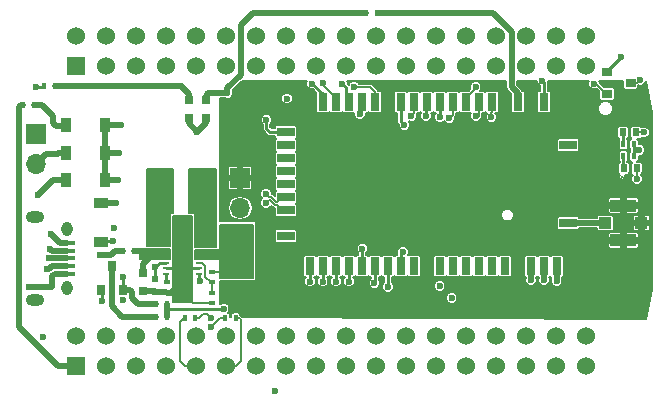
<source format=gbr>
G04 #@! TF.FileFunction,Copper,L1,Top,Signal*
%FSLAX46Y46*%
G04 Gerber Fmt 4.6, Leading zero omitted, Abs format (unit mm)*
G04 Created by KiCad (PCBNEW 4.0.6) date 10/14/17 16:46:59*
%MOMM*%
%LPD*%
G01*
G04 APERTURE LIST*
%ADD10C,0.100000*%
%ADD11C,0.599440*%
%ADD12R,0.600000X0.400000*%
%ADD13R,1.350000X0.400000*%
%ADD14O,0.950000X1.250000*%
%ADD15O,1.550000X1.000000*%
%ADD16R,0.400000X0.600000*%
%ADD17R,0.800000X1.500000*%
%ADD18R,1.500000X0.800000*%
%ADD19R,1.100000X1.100000*%
%ADD20C,1.524000*%
%ADD21R,1.524000X1.524000*%
%ADD22R,1.050000X1.000000*%
%ADD23R,2.200000X1.050000*%
%ADD24R,0.750000X0.800000*%
%ADD25R,0.500000X0.600000*%
%ADD26R,0.600000X0.700000*%
%ADD27R,0.900000X1.200000*%
%ADD28R,1.200000X0.900000*%
%ADD29R,1.700000X1.700000*%
%ADD30O,1.700000X1.700000*%
%ADD31R,0.980000X3.400000*%
%ADD32R,0.900000X0.800000*%
%ADD33R,2.500000X1.000000*%
%ADD34R,0.800000X0.900000*%
%ADD35O,0.600000X0.240000*%
%ADD36R,1.580000X2.850000*%
%ADD37R,0.200000X0.775000*%
%ADD38C,0.300000*%
%ADD39C,0.600000*%
%ADD40C,0.127000*%
%ADD41C,0.508000*%
%ADD42C,0.254000*%
G04 APERTURE END LIST*
D10*
D11*
X165608000Y-103530400D03*
X139420600Y-103568500D03*
X139369800Y-102184200D03*
X139395200Y-106222800D03*
X139509500Y-104787700D03*
X141097000Y-114173000D03*
X142227300Y-114287300D03*
X142621000Y-113487200D03*
X142671800Y-112115600D03*
X143535400Y-112852200D03*
X145046700Y-111671100D03*
X145516600Y-113309400D03*
X144195800Y-114503200D03*
X145491200Y-114350800D03*
X146735800Y-114350800D03*
X148437600Y-114477800D03*
X149783800Y-114427000D03*
X151282400Y-114147600D03*
X151282400Y-113411000D03*
X152323800Y-113995200D03*
X153619200Y-114223800D03*
X152603200Y-113030000D03*
X151206200Y-112420400D03*
X170256200Y-96189800D03*
X172999400Y-97332800D03*
X152527000Y-97815400D03*
X142913100Y-95161100D03*
X143713200Y-95999300D03*
X142900400Y-96659700D03*
X143865600Y-97282000D03*
X142240000Y-101574600D03*
X142138400Y-102971600D03*
X143129000Y-107492800D03*
X143205200Y-102387400D03*
X143230600Y-101244400D03*
X146697700Y-101320600D03*
X147967700Y-101409500D03*
X156895800Y-104724200D03*
X154787600Y-103936800D03*
X154876500Y-107086400D03*
X154914600Y-108153200D03*
X152425400Y-108864400D03*
X151180800Y-107823000D03*
X147447000Y-107721400D03*
X149275800Y-107696000D03*
X149225000Y-105816400D03*
X149199600Y-103454200D03*
X149504400Y-102057200D03*
X149275800Y-101117400D03*
X150558500Y-101371400D03*
X151688800Y-101079300D03*
X153771600Y-101498400D03*
X155117800Y-101574600D03*
X161493200Y-102641400D03*
X166878000Y-103543100D03*
X170434000Y-98806000D03*
X171500800Y-100177600D03*
X171958000Y-103949500D03*
X171958000Y-103949500D03*
X171005500Y-104711500D03*
X169989500Y-105283000D03*
X175450500Y-102997000D03*
X174625000Y-104013000D03*
X174294800Y-97282000D03*
X170332400Y-97434400D03*
X173177200Y-106883200D03*
X175260000Y-105308400D03*
X156464000Y-112166400D03*
X156413200Y-109118400D03*
X154838400Y-112166400D03*
X159781240Y-113421160D03*
X161373820Y-113289080D03*
X160748980Y-114368580D03*
X162814000Y-113233200D03*
X162605720Y-114330480D03*
X164236400Y-114452400D03*
X158191200Y-108813600D03*
X164338000Y-113334800D03*
X166014400Y-101447600D03*
X165712140Y-114218720D03*
X167132000Y-113972340D03*
X160528000Y-101904800D03*
X159613600Y-102565200D03*
X163677600Y-99263200D03*
X165996620Y-112778540D03*
X167304720Y-112796320D03*
X156667200Y-101600000D03*
X168783000Y-113192560D03*
X168910000Y-114350800D03*
X162763200Y-100228400D03*
X162814000Y-102412800D03*
X168986200Y-112141000D03*
X165912800Y-99263200D03*
X170185080Y-113329720D03*
X171424600Y-111302800D03*
X169849800Y-111125000D03*
X171983400Y-112816640D03*
X164134800Y-101498400D03*
X170332400Y-114350800D03*
X170764200Y-112369600D03*
X170891200Y-103276400D03*
X170281600Y-100431600D03*
X171627800Y-114122200D03*
X173045120Y-114427000D03*
X173024800Y-112039400D03*
X173857920Y-113309400D03*
X157530800Y-113436400D03*
X174823120Y-114274600D03*
X157683200Y-114503200D03*
X159270700Y-114482880D03*
X175323500Y-112725200D03*
X174421800Y-111963200D03*
X163906200Y-103974900D03*
X171958000Y-102412800D03*
X155905200Y-113436400D03*
X168808400Y-110286800D03*
X169964100Y-109359700D03*
X156362400Y-114503200D03*
X158750000Y-101650800D03*
X154228800Y-113233200D03*
X172770800Y-110896400D03*
X174371000Y-110871000D03*
X170027600Y-104038400D03*
X175196500Y-108458000D03*
X171856400Y-99110800D03*
X175056800Y-109677200D03*
X173736000Y-109728000D03*
X154838400Y-114350800D03*
X172110400Y-109728000D03*
X170789600Y-110159800D03*
X171297600Y-108508800D03*
X170053000Y-107861100D03*
X154051000Y-102870000D03*
X153098500Y-102870000D03*
X152209500Y-102870000D03*
X151574500Y-104457500D03*
X151384000Y-105346500D03*
X163195000Y-107886500D03*
X162306000Y-107886500D03*
X161353500Y-107886500D03*
D12*
X138430000Y-110992500D03*
X138430000Y-111892500D03*
D13*
X126207500Y-108547500D03*
X126207500Y-109197500D03*
X126207500Y-109847500D03*
X126207500Y-110497500D03*
X126207500Y-111147500D03*
D14*
X126207500Y-107347500D03*
X126207500Y-112347500D03*
D15*
X123507500Y-106347500D03*
X123507500Y-113347500D03*
D16*
X152405500Y-89090500D03*
X151505500Y-89090500D03*
D17*
X167654500Y-96618500D03*
X166554500Y-96618500D03*
X165454500Y-96618500D03*
X164354500Y-96618500D03*
X163254500Y-96618500D03*
X162154500Y-96618500D03*
X161054500Y-96618500D03*
X159954500Y-96618500D03*
X158854500Y-96618500D03*
X157754500Y-96618500D03*
X156654500Y-96618500D03*
X155554500Y-96618500D03*
X154454500Y-96618500D03*
X153354500Y-96618500D03*
X152254500Y-96618500D03*
X151154500Y-96618500D03*
X150054500Y-96618500D03*
X148954500Y-96618500D03*
X147854500Y-96618500D03*
X146754500Y-96618500D03*
X145654500Y-96618500D03*
D18*
X144704500Y-98068500D03*
X144704500Y-99168500D03*
X144704500Y-100268500D03*
X144704500Y-101368500D03*
X144704500Y-102468500D03*
X144704500Y-103568500D03*
X144704500Y-104668500D03*
X144704500Y-105768500D03*
X144704500Y-106868500D03*
X144704500Y-107968500D03*
X144704500Y-109068500D03*
D17*
X145654500Y-110518500D03*
X146754500Y-110518500D03*
X147854500Y-110518500D03*
X148954500Y-110518500D03*
X150054500Y-110518500D03*
X151154500Y-110518500D03*
X152254500Y-110518500D03*
X153354500Y-110518500D03*
X154454500Y-110518500D03*
X155554500Y-110518500D03*
X156654500Y-110518500D03*
X157754500Y-110518500D03*
X158854500Y-110518500D03*
X159954500Y-110518500D03*
X161054500Y-110518500D03*
X162154500Y-110518500D03*
X163254500Y-110518500D03*
X164354500Y-110518500D03*
X165454500Y-110518500D03*
X166554500Y-110518500D03*
X167654500Y-110518500D03*
D18*
X168604500Y-109068500D03*
X168604500Y-107968500D03*
X168604500Y-106868500D03*
X168604500Y-105768500D03*
X168604500Y-104668500D03*
X168604500Y-103568500D03*
X168604500Y-102468500D03*
X168604500Y-101368500D03*
X168604500Y-100268500D03*
X168604500Y-99168500D03*
X168604500Y-98068500D03*
D19*
X166904500Y-98318500D03*
X166904500Y-100418500D03*
X166904500Y-102518500D03*
X166904500Y-104618500D03*
X166904500Y-106718500D03*
X166904500Y-108818500D03*
X165104500Y-98318500D03*
X165104500Y-100418500D03*
X165104500Y-102518500D03*
X165104500Y-104618500D03*
X165104500Y-106718500D03*
X165104500Y-108818500D03*
X163304500Y-98318500D03*
X163304500Y-108818500D03*
X159704500Y-98318500D03*
X159704500Y-108818500D03*
X153604500Y-98318500D03*
X153604500Y-108818500D03*
X150004500Y-98318500D03*
X150004500Y-108818500D03*
X148404500Y-98318500D03*
X148404500Y-100418500D03*
X148404500Y-102518500D03*
X148404500Y-104618500D03*
X148404500Y-106718500D03*
X148404500Y-108818500D03*
X146604500Y-98318500D03*
X146604500Y-100268500D03*
X146604500Y-102418500D03*
X146604500Y-104618500D03*
X146604500Y-106718500D03*
X146604500Y-108818500D03*
D12*
X138430000Y-112770500D03*
X138430000Y-113670500D03*
D11*
X136525000Y-107061000D03*
X136017000Y-106553000D03*
X135445500Y-107061000D03*
X135445500Y-113284000D03*
X135445500Y-112331500D03*
X135953500Y-112839500D03*
X136461500Y-113284000D03*
X136461500Y-112331500D03*
X132588000Y-109347000D03*
X133223000Y-109728000D03*
X133794500Y-109347000D03*
X141605000Y-107315000D03*
X140589000Y-107315000D03*
X139509500Y-107315000D03*
X139573000Y-108204000D03*
X140589000Y-108204000D03*
X141605000Y-108204000D03*
X141732000Y-110998000D03*
X140970000Y-110998000D03*
X140208000Y-110998000D03*
D20*
X170091100Y-116433600D03*
X170091100Y-118973600D03*
X167551100Y-116433600D03*
X167551100Y-118973600D03*
X165011100Y-116433600D03*
X165011100Y-118973600D03*
X162471100Y-116433600D03*
X162471100Y-118973600D03*
X159931100Y-116433600D03*
X159931100Y-118973600D03*
X157391100Y-116433600D03*
X157391100Y-118973600D03*
X154851100Y-116433600D03*
X154851100Y-118973600D03*
X152311100Y-116433600D03*
X152311100Y-118973600D03*
X149771100Y-116433600D03*
X149771100Y-118973600D03*
X147231100Y-116433600D03*
X147231100Y-118973600D03*
X144691100Y-116433600D03*
X144691100Y-118973600D03*
X142151100Y-116433600D03*
X142151100Y-118973600D03*
X139611100Y-116433600D03*
X139611100Y-118973600D03*
X137071100Y-116433600D03*
X137071100Y-118973600D03*
X134531100Y-116433600D03*
X134531100Y-118973600D03*
X131991100Y-116433600D03*
X131991100Y-118973600D03*
X129451100Y-116433600D03*
X129451100Y-118973600D03*
X126911100Y-116433600D03*
D21*
X126911100Y-118973600D03*
D20*
X170091100Y-91033600D03*
X170091100Y-93573600D03*
X167551100Y-91033600D03*
X167551100Y-93573600D03*
X165011100Y-91033600D03*
X165011100Y-93573600D03*
X162471100Y-91033600D03*
X162471100Y-93573600D03*
X159931100Y-91033600D03*
X159931100Y-93573600D03*
X157391100Y-91033600D03*
X157391100Y-93573600D03*
X154851100Y-91033600D03*
X154851100Y-93573600D03*
X152311100Y-91033600D03*
X152311100Y-93573600D03*
X149771100Y-91033600D03*
X149771100Y-93573600D03*
X147231100Y-91033600D03*
X147231100Y-93573600D03*
X144691100Y-91033600D03*
X144691100Y-93573600D03*
X142151100Y-91033600D03*
X142151100Y-93573600D03*
X139611100Y-91033600D03*
X139611100Y-93573600D03*
X137071100Y-91033600D03*
X137071100Y-93573600D03*
X134531100Y-91033600D03*
X134531100Y-93573600D03*
X131991100Y-91033600D03*
X131991100Y-93573600D03*
X129451100Y-91033600D03*
X129451100Y-93573600D03*
X126911100Y-91033600D03*
D21*
X126911100Y-93573600D03*
D22*
X171766500Y-106870500D03*
D23*
X173291500Y-108345500D03*
D22*
X174816500Y-106870500D03*
D23*
X173291500Y-105395500D03*
D24*
X132588000Y-112637000D03*
X132588000Y-111137000D03*
D25*
X133667500Y-111591000D03*
X133667500Y-112691000D03*
D26*
X173313000Y-102235000D03*
X174413000Y-102235000D03*
D27*
X129413000Y-98552000D03*
X126113000Y-98552000D03*
X129412000Y-103251000D03*
X126112000Y-103251000D03*
X129412000Y-100965000D03*
X126112000Y-100965000D03*
D28*
X129032000Y-105157000D03*
X129032000Y-108457000D03*
D26*
X173249500Y-99187000D03*
X174349500Y-99187000D03*
D29*
X123571000Y-99314000D03*
D30*
X123571000Y-101854000D03*
D31*
X134705000Y-104013000D03*
X137075000Y-104013000D03*
D16*
X123386000Y-96837500D03*
X122486000Y-96837500D03*
X174186000Y-101219000D03*
X173286000Y-101219000D03*
X124269500Y-95250000D03*
X125169500Y-95250000D03*
D12*
X134620000Y-112781500D03*
X134620000Y-111881500D03*
D16*
X139567500Y-114935000D03*
X140467500Y-114935000D03*
X137038500Y-114935000D03*
X136138500Y-114935000D03*
X174186000Y-100203000D03*
X173286000Y-100203000D03*
D32*
X171894500Y-94043500D03*
X171894500Y-95943500D03*
X173894500Y-94993500D03*
D33*
X140398500Y-109625000D03*
X140398500Y-112625000D03*
D34*
X129034500Y-112506000D03*
X130934500Y-112506000D03*
X129984500Y-110506000D03*
D16*
X130931500Y-109220000D03*
X131831500Y-109220000D03*
X133731000Y-113728500D03*
X134631000Y-113728500D03*
X133725500Y-114808000D03*
X134625500Y-114808000D03*
D29*
X140843000Y-103060500D03*
D30*
X140843000Y-105600500D03*
D11*
X139446000Y-110998000D03*
D24*
X137922000Y-97968500D03*
X137922000Y-96468500D03*
X136525000Y-97968500D03*
X136525000Y-96468500D03*
D35*
X137393000Y-111212000D03*
X137393000Y-110712000D03*
X137393000Y-110212000D03*
X137393000Y-109712000D03*
X137393000Y-109212000D03*
X137393000Y-108712000D03*
X137393000Y-108212000D03*
X134593000Y-108212000D03*
X134593000Y-108712000D03*
X134593000Y-109212000D03*
X134593000Y-109712000D03*
X134593000Y-110212000D03*
X134593000Y-110712000D03*
X134593000Y-111212000D03*
D36*
X135993000Y-109712000D03*
D37*
X135303000Y-111524500D03*
D38*
X135493000Y-110212000D03*
X136493000Y-110712000D03*
D37*
X135763000Y-111524500D03*
X136223000Y-111524500D03*
X136683000Y-111524500D03*
X136683000Y-107899500D03*
X136223000Y-107899500D03*
X135763000Y-107899500D03*
X135303000Y-107899500D03*
D38*
X135493000Y-109712000D03*
X135493000Y-110712000D03*
X135493000Y-109212000D03*
X135493000Y-108712000D03*
X135993000Y-108712000D03*
X135993000Y-109212000D03*
X135993000Y-109712000D03*
X135993000Y-110212000D03*
X135993000Y-110712000D03*
X136493000Y-110212000D03*
X136493000Y-109712000D03*
X136493000Y-109212000D03*
X136493000Y-108712000D03*
D39*
X161607500Y-106467991D03*
X137223500Y-99123500D03*
X144843500Y-97091500D03*
X147383500Y-103314500D03*
X156908500Y-95377000D03*
X155511500Y-95123000D03*
X151892000Y-98425000D03*
X142811500Y-108585000D03*
X130175000Y-107251500D03*
X122936000Y-112268000D03*
X129159000Y-113474500D03*
X155892500Y-100330000D03*
X157353000Y-108521500D03*
X167068500Y-107827002D03*
X166115812Y-107826316D03*
X165227000Y-107759500D03*
X164274500Y-107759500D03*
X173101000Y-92773500D03*
X130937000Y-113383002D03*
X124147790Y-116517210D03*
X157543500Y-102425500D03*
X162814000Y-104140000D03*
X143764000Y-121077010D03*
X151193500Y-106616500D03*
X130365500Y-105156000D03*
X123571000Y-95313500D03*
X130492500Y-103251000D03*
X130556000Y-100965000D03*
X130746500Y-98552000D03*
X133667500Y-110583500D03*
X137414000Y-111760000D03*
X170815000Y-95059500D03*
X124841000Y-107759500D03*
X174642479Y-100711000D03*
X158750000Y-113220500D03*
X157734000Y-112204500D03*
X139446000Y-114109500D03*
X147845925Y-95016611D03*
X154622500Y-109347000D03*
X152209500Y-111950500D03*
X151193500Y-109029500D03*
X153352500Y-112268000D03*
X165481000Y-111696500D03*
X166560500Y-111696500D03*
X167640000Y-111760000D03*
X174434500Y-103124000D03*
X174688500Y-94742000D03*
X124657553Y-109851890D03*
X124714000Y-109029500D03*
X123761500Y-104457500D03*
X175023490Y-99197813D03*
X156591000Y-97790000D03*
X157734000Y-97917000D03*
X154749500Y-98552000D03*
X155340886Y-97791794D03*
X124525709Y-110749556D03*
X150968870Y-97616990D03*
X138343220Y-115692200D03*
X143011598Y-105168298D03*
X143065500Y-98171000D03*
X138343220Y-114914400D03*
X143011598Y-104390498D03*
X150495000Y-95313500D03*
X144827498Y-96329500D03*
X166433500Y-94805500D03*
X162115500Y-97917000D03*
X160782000Y-95359521D03*
X158559500Y-97980500D03*
X160817077Y-97811112D03*
X149468050Y-95060277D03*
X147828000Y-111823500D03*
X150050500Y-111823500D03*
X148971000Y-111823500D03*
X146748500Y-111823500D03*
X146939000Y-95059500D03*
X130048000Y-108394500D03*
X128968500Y-109537500D03*
X130937000Y-111442500D03*
X139767544Y-95838513D03*
X133158936Y-95249582D03*
X128079500Y-95250000D03*
X130683000Y-95250000D03*
X135826500Y-95250000D03*
D40*
X173186000Y-102906500D02*
X173159000Y-102933500D01*
D41*
X137922000Y-97968500D02*
X137922000Y-98425000D01*
X137922000Y-98425000D02*
X137223500Y-99123500D01*
X136525000Y-97968500D02*
X136525000Y-98425000D01*
X136525000Y-98425000D02*
X137223500Y-99123500D01*
X142811500Y-108585000D02*
X143111499Y-108884999D01*
X122936000Y-112268000D02*
X124904500Y-112268000D01*
X124904500Y-112268000D02*
X124904500Y-111379000D01*
X124904500Y-111379000D02*
X125136000Y-111147500D01*
X125136000Y-111147500D02*
X126207500Y-111147500D01*
D42*
X129159000Y-113474500D02*
X129159000Y-112630500D01*
X129159000Y-112630500D02*
X129034500Y-112506000D01*
D41*
X126207500Y-111147500D02*
X125771000Y-111147500D01*
D42*
X171894500Y-94043500D02*
X171894500Y-93980000D01*
X171894500Y-93980000D02*
X173101000Y-92773500D01*
D40*
X138430000Y-113670500D02*
X136848000Y-113670500D01*
X136848000Y-113670500D02*
X136461500Y-113284000D01*
D41*
X134620000Y-112781500D02*
X134995500Y-112781500D01*
X134995500Y-112781500D02*
X135445500Y-112331500D01*
X133667500Y-112691000D02*
X134529500Y-112691000D01*
X134529500Y-112691000D02*
X134620000Y-112781500D01*
X132588000Y-112637000D02*
X133613500Y-112637000D01*
X133613500Y-112637000D02*
X133667500Y-112691000D01*
D42*
X134593000Y-110712000D02*
X135493000Y-110712000D01*
X137393000Y-110712000D02*
X136493000Y-110712000D01*
D41*
X122486000Y-96837500D02*
X122301000Y-96837500D01*
X122301000Y-96837500D02*
X122110500Y-97028000D01*
X122110500Y-97028000D02*
X122110500Y-115646200D01*
X125437900Y-118973600D02*
X126911100Y-118973600D01*
X122110500Y-115646200D02*
X125437900Y-118973600D01*
D40*
X140467500Y-114935000D02*
X140794500Y-114935000D01*
X140794500Y-114935000D02*
X140906500Y-115047000D01*
X140906500Y-115047000D02*
X140906500Y-118554500D01*
X140487400Y-118973600D02*
X139611100Y-118973600D01*
X140906500Y-118554500D02*
X140487400Y-118973600D01*
X136138500Y-114935000D02*
X136080500Y-114935000D01*
X136080500Y-114935000D02*
X135763000Y-115252500D01*
X135763000Y-115252500D02*
X135763000Y-118554500D01*
X135763000Y-118554500D02*
X136207500Y-118999000D01*
X136207500Y-118999000D02*
X137045700Y-118999000D01*
X137045700Y-118999000D02*
X137071100Y-118973600D01*
D41*
X171766500Y-106870500D02*
X168606500Y-106870500D01*
X168606500Y-106870500D02*
X168604500Y-106868500D01*
X129032000Y-105157000D02*
X130364500Y-105157000D01*
X130364500Y-105157000D02*
X130365500Y-105156000D01*
X131831500Y-109220000D02*
X132461000Y-109220000D01*
X132461000Y-109220000D02*
X132588000Y-109347000D01*
X132588000Y-111137000D02*
X132588000Y-110363000D01*
X132588000Y-110363000D02*
X133223000Y-109728000D01*
D42*
X123571000Y-95313500D02*
X124206000Y-95313500D01*
X124206000Y-95313500D02*
X124269500Y-95250000D01*
D41*
X129412000Y-103251000D02*
X130492500Y-103251000D01*
X129412000Y-100965000D02*
X130556000Y-100965000D01*
X129413000Y-98552000D02*
X130746500Y-98552000D01*
X129412000Y-100965000D02*
X129412000Y-103251000D01*
X129413000Y-98552000D02*
X129413000Y-100964000D01*
X129413000Y-100964000D02*
X129412000Y-100965000D01*
D42*
X137393000Y-111212000D02*
X137393000Y-111739000D01*
X137393000Y-111739000D02*
X137414000Y-111760000D01*
X133667500Y-111591000D02*
X133667500Y-110583500D01*
X133667500Y-110583500D02*
X134039000Y-110212000D01*
X134039000Y-110212000D02*
X134593000Y-110212000D01*
D40*
X171894500Y-95943500D02*
X171844500Y-95943500D01*
X171844500Y-95943500D02*
X170960500Y-95059500D01*
X170960500Y-95059500D02*
X170815000Y-95059500D01*
D41*
X126207500Y-108547500D02*
X125629000Y-108547500D01*
X125629000Y-108547500D02*
X124841000Y-107759500D01*
D42*
X174186000Y-100711000D02*
X174642479Y-100711000D01*
X174186000Y-100711000D02*
X174186000Y-100203000D01*
X174186000Y-101219000D02*
X174186000Y-100711000D01*
D41*
X134625500Y-114236500D02*
X134625500Y-113734000D01*
X134625500Y-114808000D02*
X134625500Y-114236500D01*
D42*
X134625500Y-114236500D02*
X134671501Y-114190499D01*
X134671501Y-114190499D02*
X139365001Y-114190499D01*
X139365001Y-114190499D02*
X139446000Y-114109500D01*
D40*
X138430000Y-110992500D02*
X139440500Y-110992500D01*
X139440500Y-110992500D02*
X139446000Y-110998000D01*
D41*
X134625500Y-113734000D02*
X134631000Y-113728500D01*
D40*
X148954500Y-96268500D02*
X147845925Y-95159925D01*
X148954500Y-96618500D02*
X148954500Y-96268500D01*
X147845925Y-95159925D02*
X147845925Y-95016611D01*
D42*
X154454500Y-110518500D02*
X154454500Y-109515000D01*
X154454500Y-109515000D02*
X154622500Y-109347000D01*
X152254500Y-110518500D02*
X152254500Y-111905500D01*
X152254500Y-111905500D02*
X152209500Y-111950500D01*
X151154500Y-110518500D02*
X151154500Y-109068500D01*
X151154500Y-109068500D02*
X151193500Y-109029500D01*
X153352500Y-112268000D02*
X153352500Y-110520500D01*
X153352500Y-110520500D02*
X153354500Y-110518500D01*
D41*
X165481000Y-111696500D02*
X165481000Y-110545000D01*
X165481000Y-110545000D02*
X165454500Y-110518500D01*
X166554500Y-110518500D02*
X166554500Y-111690500D01*
X166554500Y-111690500D02*
X166560500Y-111696500D01*
X167640000Y-111760000D02*
X167640000Y-110533000D01*
X167640000Y-110533000D02*
X167654500Y-110518500D01*
D42*
X173286000Y-101219000D02*
X173286000Y-102208000D01*
X173286000Y-102208000D02*
X173313000Y-102235000D01*
D40*
X174434500Y-103124000D02*
X174434500Y-102256500D01*
X174434500Y-102256500D02*
X174413000Y-102235000D01*
X173894500Y-94993500D02*
X174437000Y-94993500D01*
X174437000Y-94993500D02*
X174688500Y-94742000D01*
D41*
X124661943Y-109847500D02*
X124657553Y-109851890D01*
X126207500Y-109847500D02*
X124661943Y-109847500D01*
X126200000Y-109855000D02*
X126207500Y-109847500D01*
X124714000Y-109029500D02*
X124882000Y-109197500D01*
X124882000Y-109197500D02*
X126207500Y-109197500D01*
X125218500Y-98615500D02*
X126049500Y-98615500D01*
X126049500Y-98615500D02*
X126113000Y-98552000D01*
X125031500Y-97775000D02*
X125031500Y-98428500D01*
X125031500Y-98428500D02*
X125218500Y-98615500D01*
X123386000Y-96837500D02*
X124094000Y-96837500D01*
X124094000Y-96837500D02*
X125031500Y-97775000D01*
X126112000Y-103251000D02*
X124968000Y-103251000D01*
X124968000Y-103251000D02*
X123761500Y-104457500D01*
X125388001Y-101004001D02*
X125427002Y-100965000D01*
X125427002Y-100965000D02*
X126112000Y-100965000D01*
X123571000Y-101854000D02*
X124420999Y-101004001D01*
X124420999Y-101004001D02*
X125388001Y-101004001D01*
D42*
X173249500Y-99187000D02*
X173249500Y-100166500D01*
X173249500Y-100166500D02*
X173286000Y-100203000D01*
D40*
X174349500Y-99187000D02*
X175012677Y-99187000D01*
X175012677Y-99187000D02*
X175023490Y-99197813D01*
D42*
X156591000Y-97790000D02*
X156591000Y-96682000D01*
X156591000Y-96682000D02*
X156654500Y-96618500D01*
X157734000Y-97917000D02*
X157734000Y-96639000D01*
X157734000Y-96639000D02*
X157754500Y-96618500D01*
X154449501Y-97807501D02*
X154454500Y-97802502D01*
X154454500Y-97802502D02*
X154454500Y-96618500D01*
X154749500Y-98552000D02*
X154449501Y-98252001D01*
X154449501Y-98252001D02*
X154449501Y-97807501D01*
D40*
X155554500Y-96618500D02*
X155554500Y-97578180D01*
X155554500Y-97578180D02*
X155340886Y-97791794D01*
D41*
X125485030Y-110489990D02*
X124895470Y-110489990D01*
X126207500Y-110497500D02*
X125492540Y-110497500D01*
X124895470Y-110489990D02*
X124635903Y-110749556D01*
X125492540Y-110497500D02*
X125485030Y-110489990D01*
X124635903Y-110749556D02*
X124525709Y-110749556D01*
D40*
X151154500Y-96618500D02*
X151154500Y-97495500D01*
X151154500Y-97495500D02*
X151033010Y-97616990D01*
X151033010Y-97616990D02*
X150968870Y-97616990D01*
D42*
X134593000Y-111212000D02*
X134593000Y-111854500D01*
X134593000Y-111854500D02*
X134620000Y-111881500D01*
D40*
X138430000Y-111892500D02*
X138330000Y-111892500D01*
X138330000Y-111892500D02*
X137883510Y-111446010D01*
X137883510Y-111446010D02*
X137883510Y-110522510D01*
X137883510Y-110522510D02*
X137573000Y-110212000D01*
X137573000Y-110212000D02*
X137393000Y-110212000D01*
X138430000Y-111892500D02*
X138430000Y-112770500D01*
X139567500Y-114935000D02*
X139100420Y-114935000D01*
X139100420Y-114935000D02*
X138343220Y-115692200D01*
X143336971Y-104931797D02*
X143248099Y-104931797D01*
X143776074Y-105370900D02*
X143336971Y-104931797D01*
X143248099Y-104931797D02*
X143011598Y-105168298D01*
X144704500Y-105768500D02*
X144354500Y-105768500D01*
X144354500Y-105768500D02*
X143956900Y-105370900D01*
X143956900Y-105370900D02*
X143776074Y-105370900D01*
D42*
X143065500Y-98869500D02*
X143364500Y-99168500D01*
X143364500Y-99168500D02*
X144704500Y-99168500D01*
X143065500Y-98171000D02*
X143065500Y-98869500D01*
D40*
X137721100Y-114579400D02*
X138008220Y-114579400D01*
X138008220Y-114579400D02*
X138343220Y-114914400D01*
X137038500Y-114935000D02*
X137365500Y-114935000D01*
X137365500Y-114935000D02*
X137721100Y-114579400D01*
X143463225Y-104626999D02*
X143248099Y-104626999D01*
X143248099Y-104626999D02*
X143011598Y-104390498D01*
X143902326Y-105066100D02*
X143463225Y-104626999D01*
X144704500Y-104668500D02*
X144354500Y-104668500D01*
X144354500Y-104668500D02*
X143956900Y-105066100D01*
X143956900Y-105066100D02*
X143902326Y-105066100D01*
X150495000Y-95313500D02*
X151826500Y-95313500D01*
X151826500Y-95313500D02*
X152254500Y-95741500D01*
X152254500Y-95741500D02*
X152254500Y-96618500D01*
X152209500Y-96663500D02*
X152254500Y-96618500D01*
D42*
X166554500Y-96618500D02*
X166554500Y-94926500D01*
X166554500Y-94926500D02*
X166433500Y-94805500D01*
D40*
X162115500Y-97917000D02*
X162115500Y-97492736D01*
X162115500Y-97492736D02*
X162154500Y-97453736D01*
X162154500Y-97453736D02*
X162154500Y-96618500D01*
X159954500Y-96618500D02*
X159954500Y-96268500D01*
X159954500Y-96268500D02*
X160782000Y-95441000D01*
X160782000Y-95441000D02*
X160782000Y-95359521D01*
X158854500Y-97685500D02*
X158559500Y-97980500D01*
X158854500Y-96618500D02*
X158854500Y-97685500D01*
X161014888Y-97811112D02*
X161054500Y-97771500D01*
X161054500Y-97771500D02*
X161054500Y-96618500D01*
X160817077Y-97811112D02*
X161014888Y-97811112D01*
D42*
X149779776Y-95360276D02*
X149779776Y-96343776D01*
X149779776Y-96343776D02*
X150054500Y-96618500D01*
X149468050Y-95060277D02*
X149768049Y-95360276D01*
X149768049Y-95360276D02*
X149779776Y-95360276D01*
X147854500Y-110518500D02*
X147854500Y-111797000D01*
X147854500Y-111797000D02*
X147828000Y-111823500D01*
X150054500Y-110518500D02*
X150054500Y-111819500D01*
X150054500Y-111819500D02*
X150050500Y-111823500D01*
X148954500Y-110518500D02*
X148954500Y-111807000D01*
X148954500Y-111807000D02*
X148971000Y-111823500D01*
X146754500Y-110518500D02*
X146754500Y-111817500D01*
X146754500Y-111817500D02*
X146748500Y-111823500D01*
X146939000Y-95059500D02*
X147854500Y-95975000D01*
X147854500Y-95975000D02*
X147854500Y-96618500D01*
D41*
X162219642Y-89090500D02*
X152527000Y-89090500D01*
X163830000Y-95358198D02*
X163830000Y-90700858D01*
X163830000Y-90700858D02*
X162219642Y-89090500D01*
X164354500Y-96618500D02*
X164354500Y-95882698D01*
X164354500Y-95882698D02*
X163830000Y-95358198D01*
D42*
X130048000Y-108394500D02*
X129094500Y-108394500D01*
X129094500Y-108394500D02*
X129032000Y-108457000D01*
D41*
X130223500Y-109220000D02*
X129906000Y-109537500D01*
X129906000Y-109537500D02*
X128968500Y-109537500D01*
X130931500Y-109220000D02*
X130223500Y-109220000D01*
D42*
X130937000Y-111442500D02*
X130937000Y-112503500D01*
X130937000Y-112503500D02*
X130934500Y-112506000D01*
D41*
X133731000Y-113728500D02*
X132218698Y-113728500D01*
X132218698Y-113728500D02*
X131699000Y-113208802D01*
X131699000Y-113208802D02*
X131699000Y-112712500D01*
X131699000Y-112712500D02*
X131492500Y-112506000D01*
X131492500Y-112506000D02*
X130934500Y-112506000D01*
X130873500Y-114808000D02*
X129984500Y-113919000D01*
X129984500Y-113919000D02*
X129984500Y-110506000D01*
X133725500Y-114808000D02*
X130873500Y-114808000D01*
X137922000Y-96075500D02*
X138158987Y-95838513D01*
X138158987Y-95838513D02*
X139767544Y-95838513D01*
X137922000Y-96468500D02*
X137922000Y-96075500D01*
D42*
X137922000Y-96468500D02*
X137922000Y-96202500D01*
D41*
X140906500Y-94297500D02*
X139767544Y-95436456D01*
X139767544Y-95436456D02*
X139767544Y-95838513D01*
X140906500Y-90106500D02*
X140906500Y-94297500D01*
X141922500Y-89090500D02*
X140906500Y-90106500D01*
X151505500Y-89090500D02*
X141922500Y-89090500D01*
X136525000Y-96468500D02*
X136525000Y-95948500D01*
X136525000Y-95948500D02*
X135826500Y-95250000D01*
X135826500Y-95250000D02*
X133159354Y-95250000D01*
X133159354Y-95250000D02*
X133158936Y-95249582D01*
X133158518Y-95250000D02*
X133158936Y-95249582D01*
X130683000Y-95250000D02*
X133158518Y-95250000D01*
X125169500Y-95250000D02*
X128079500Y-95250000D01*
X128079500Y-95250000D02*
X130683000Y-95250000D01*
D40*
G36*
X146448586Y-94961506D02*
X146448415Y-95156638D01*
X146522932Y-95336983D01*
X146660792Y-95475083D01*
X146841006Y-95549914D01*
X146980524Y-95550036D01*
X147266789Y-95836301D01*
X147260268Y-95868500D01*
X147260268Y-97368500D01*
X147273551Y-97439095D01*
X147315273Y-97503932D01*
X147378933Y-97547429D01*
X147454500Y-97562732D01*
X148254500Y-97562732D01*
X148325095Y-97549449D01*
X148389932Y-97507727D01*
X148404240Y-97486786D01*
X148415273Y-97503932D01*
X148478933Y-97547429D01*
X148554500Y-97562732D01*
X149354500Y-97562732D01*
X149425095Y-97549449D01*
X149489932Y-97507727D01*
X149504240Y-97486786D01*
X149515273Y-97503932D01*
X149578933Y-97547429D01*
X149654500Y-97562732D01*
X150454500Y-97562732D01*
X150478422Y-97558231D01*
X150478285Y-97714128D01*
X150552802Y-97894473D01*
X150690662Y-98032573D01*
X150870876Y-98107404D01*
X151066008Y-98107575D01*
X151246353Y-98033058D01*
X151384453Y-97895198D01*
X151459284Y-97714984D01*
X151459417Y-97562732D01*
X151554500Y-97562732D01*
X151625095Y-97549449D01*
X151689932Y-97507727D01*
X151704240Y-97486786D01*
X151715273Y-97503932D01*
X151778933Y-97547429D01*
X151854500Y-97562732D01*
X152654500Y-97562732D01*
X152725095Y-97549449D01*
X152789932Y-97507727D01*
X152833429Y-97444067D01*
X152848732Y-97368500D01*
X152848732Y-95868500D01*
X153860268Y-95868500D01*
X153860268Y-97368500D01*
X153873551Y-97439095D01*
X153915273Y-97503932D01*
X153978933Y-97547429D01*
X154054500Y-97562732D01*
X154137000Y-97562732D01*
X154137000Y-97782369D01*
X154132001Y-97807501D01*
X154132001Y-98252001D01*
X154148030Y-98332583D01*
X154156169Y-98373503D01*
X154224995Y-98476507D01*
X154259036Y-98510549D01*
X154258915Y-98649138D01*
X154333432Y-98829483D01*
X154471292Y-98967583D01*
X154651506Y-99042414D01*
X154846638Y-99042585D01*
X155026983Y-98968068D01*
X155158279Y-98837000D01*
X172755268Y-98837000D01*
X172755268Y-99537000D01*
X172768551Y-99607595D01*
X172810273Y-99672432D01*
X172873933Y-99715929D01*
X172932000Y-99727688D01*
X172932000Y-99790948D01*
X172907071Y-99827433D01*
X172891768Y-99903000D01*
X172891768Y-100503000D01*
X172905051Y-100573595D01*
X172946773Y-100638432D01*
X173010433Y-100681929D01*
X173086000Y-100697232D01*
X173486000Y-100697232D01*
X173556595Y-100683949D01*
X173621432Y-100642227D01*
X173664929Y-100578567D01*
X173680232Y-100503000D01*
X173680232Y-99903000D01*
X173791768Y-99903000D01*
X173791768Y-100503000D01*
X173805051Y-100573595D01*
X173846773Y-100638432D01*
X173868500Y-100653277D01*
X173868500Y-100768234D01*
X173850568Y-100779773D01*
X173807071Y-100843433D01*
X173791768Y-100919000D01*
X173791768Y-101519000D01*
X173805051Y-101589595D01*
X173846773Y-101654432D01*
X173910433Y-101697929D01*
X173986000Y-101713232D01*
X174028138Y-101713232D01*
X173977568Y-101745773D01*
X173934071Y-101809433D01*
X173918768Y-101885000D01*
X173918768Y-102585000D01*
X173932051Y-102655595D01*
X173973773Y-102720432D01*
X174037433Y-102763929D01*
X174090215Y-102774618D01*
X174018917Y-102845792D01*
X173944086Y-103026006D01*
X173943915Y-103221138D01*
X174018432Y-103401483D01*
X174156292Y-103539583D01*
X174336506Y-103614414D01*
X174531638Y-103614585D01*
X174711983Y-103540068D01*
X174850083Y-103402208D01*
X174924914Y-103221994D01*
X174925085Y-103026862D01*
X174850568Y-102846517D01*
X174772268Y-102768080D01*
X174783595Y-102765949D01*
X174848432Y-102724227D01*
X174891929Y-102660567D01*
X174907232Y-102585000D01*
X174907232Y-101885000D01*
X174893949Y-101814405D01*
X174852227Y-101749568D01*
X174788567Y-101706071D01*
X174713000Y-101690768D01*
X174470862Y-101690768D01*
X174521432Y-101658227D01*
X174564929Y-101594567D01*
X174580232Y-101519000D01*
X174580232Y-101201445D01*
X174739617Y-101201585D01*
X174919962Y-101127068D01*
X175058062Y-100989208D01*
X175132893Y-100808994D01*
X175133064Y-100613862D01*
X175058547Y-100433517D01*
X174920687Y-100295417D01*
X174740473Y-100220586D01*
X174580232Y-100220446D01*
X174580232Y-99903000D01*
X174566949Y-99832405D01*
X174525227Y-99767568D01*
X174472047Y-99731232D01*
X174649500Y-99731232D01*
X174720095Y-99717949D01*
X174784932Y-99676227D01*
X174809611Y-99640108D01*
X174925496Y-99688227D01*
X175120628Y-99688398D01*
X175300973Y-99613881D01*
X175439073Y-99476021D01*
X175513904Y-99295807D01*
X175514075Y-99100675D01*
X175439558Y-98920330D01*
X175301698Y-98782230D01*
X175121484Y-98707399D01*
X174926352Y-98707228D01*
X174820511Y-98750961D01*
X174788727Y-98701568D01*
X174725067Y-98658071D01*
X174649500Y-98642768D01*
X174049500Y-98642768D01*
X173978905Y-98656051D01*
X173914068Y-98697773D01*
X173870571Y-98761433D01*
X173855268Y-98837000D01*
X173855268Y-99537000D01*
X173868551Y-99607595D01*
X173910273Y-99672432D01*
X173968321Y-99712094D01*
X173915405Y-99722051D01*
X173850568Y-99763773D01*
X173807071Y-99827433D01*
X173791768Y-99903000D01*
X173680232Y-99903000D01*
X173666949Y-99832405D01*
X173625227Y-99767568D01*
X173567179Y-99727906D01*
X173620095Y-99717949D01*
X173684932Y-99676227D01*
X173728429Y-99612567D01*
X173743732Y-99537000D01*
X173743732Y-98837000D01*
X173730449Y-98766405D01*
X173688727Y-98701568D01*
X173625067Y-98658071D01*
X173549500Y-98642768D01*
X172949500Y-98642768D01*
X172878905Y-98656051D01*
X172814068Y-98697773D01*
X172770571Y-98761433D01*
X172755268Y-98837000D01*
X155158279Y-98837000D01*
X155165083Y-98830208D01*
X155239914Y-98649994D01*
X155240085Y-98454862D01*
X155165568Y-98274517D01*
X155123938Y-98232814D01*
X155242892Y-98282208D01*
X155438024Y-98282379D01*
X155618369Y-98207862D01*
X155756469Y-98070002D01*
X155831300Y-97889788D01*
X155831471Y-97694656D01*
X155800325Y-97619278D01*
X155808500Y-97578180D01*
X155808500Y-97562732D01*
X155954500Y-97562732D01*
X156025095Y-97549449D01*
X156089932Y-97507727D01*
X156104240Y-97486786D01*
X156115273Y-97503932D01*
X156164667Y-97537681D01*
X156100586Y-97692006D01*
X156100415Y-97887138D01*
X156174932Y-98067483D01*
X156312792Y-98205583D01*
X156493006Y-98280414D01*
X156688138Y-98280585D01*
X156868483Y-98206068D01*
X157006583Y-98068208D01*
X157081414Y-97887994D01*
X157081585Y-97692862D01*
X157027816Y-97562732D01*
X157054500Y-97562732D01*
X157125095Y-97549449D01*
X157189932Y-97507727D01*
X157204240Y-97486786D01*
X157215273Y-97503932D01*
X157278933Y-97547429D01*
X157354500Y-97562732D01*
X157394609Y-97562732D01*
X157318417Y-97638792D01*
X157243586Y-97819006D01*
X157243415Y-98014138D01*
X157317932Y-98194483D01*
X157455792Y-98332583D01*
X157636006Y-98407414D01*
X157831138Y-98407585D01*
X158011483Y-98333068D01*
X158126865Y-98217887D01*
X158143432Y-98257983D01*
X158281292Y-98396083D01*
X158461506Y-98470914D01*
X158656638Y-98471085D01*
X158836983Y-98396568D01*
X158975083Y-98258708D01*
X159049914Y-98078494D01*
X159050085Y-97883362D01*
X159039318Y-97857303D01*
X159070182Y-97811112D01*
X159089165Y-97782702D01*
X159108500Y-97685500D01*
X159108500Y-97562732D01*
X159254500Y-97562732D01*
X159325095Y-97549449D01*
X159389932Y-97507727D01*
X159404240Y-97486786D01*
X159415273Y-97503932D01*
X159478933Y-97547429D01*
X159554500Y-97562732D01*
X160354500Y-97562732D01*
X160392041Y-97555668D01*
X160326663Y-97713118D01*
X160326492Y-97908250D01*
X160401009Y-98088595D01*
X160538869Y-98226695D01*
X160719083Y-98301526D01*
X160914215Y-98301697D01*
X161094560Y-98227180D01*
X161232660Y-98089320D01*
X161307491Y-97909106D01*
X161307608Y-97775986D01*
X161308500Y-97771500D01*
X161308500Y-97562732D01*
X161454500Y-97562732D01*
X161525095Y-97549449D01*
X161589932Y-97507727D01*
X161604240Y-97486786D01*
X161615273Y-97503932D01*
X161678933Y-97547429D01*
X161754500Y-97562732D01*
X161776109Y-97562732D01*
X161699917Y-97638792D01*
X161625086Y-97819006D01*
X161624915Y-98014138D01*
X161699432Y-98194483D01*
X161837292Y-98332583D01*
X162017506Y-98407414D01*
X162212638Y-98407585D01*
X162392983Y-98333068D01*
X162531083Y-98195208D01*
X162605914Y-98014994D01*
X162606085Y-97819862D01*
X162531568Y-97639517D01*
X162454916Y-97562732D01*
X162554500Y-97562732D01*
X162625095Y-97549449D01*
X162689932Y-97507727D01*
X162733429Y-97444067D01*
X162748732Y-97368500D01*
X162748732Y-95868500D01*
X162735449Y-95797905D01*
X162693727Y-95733068D01*
X162630067Y-95689571D01*
X162554500Y-95674268D01*
X161754500Y-95674268D01*
X161683905Y-95687551D01*
X161619068Y-95729273D01*
X161604760Y-95750214D01*
X161593727Y-95733068D01*
X161530067Y-95689571D01*
X161454500Y-95674268D01*
X161160980Y-95674268D01*
X161197583Y-95637729D01*
X161272414Y-95457515D01*
X161272585Y-95262383D01*
X161198068Y-95082038D01*
X161060208Y-94943938D01*
X160879994Y-94869107D01*
X160684862Y-94868936D01*
X160504517Y-94943453D01*
X160366417Y-95081313D01*
X160291586Y-95261527D01*
X160291415Y-95456659D01*
X160325248Y-95538542D01*
X160189522Y-95674268D01*
X159554500Y-95674268D01*
X159483905Y-95687551D01*
X159419068Y-95729273D01*
X159404760Y-95750214D01*
X159393727Y-95733068D01*
X159330067Y-95689571D01*
X159254500Y-95674268D01*
X158454500Y-95674268D01*
X158383905Y-95687551D01*
X158319068Y-95729273D01*
X158304760Y-95750214D01*
X158293727Y-95733068D01*
X158230067Y-95689571D01*
X158154500Y-95674268D01*
X157354500Y-95674268D01*
X157283905Y-95687551D01*
X157219068Y-95729273D01*
X157204760Y-95750214D01*
X157193727Y-95733068D01*
X157130067Y-95689571D01*
X157054500Y-95674268D01*
X156254500Y-95674268D01*
X156183905Y-95687551D01*
X156119068Y-95729273D01*
X156104760Y-95750214D01*
X156093727Y-95733068D01*
X156030067Y-95689571D01*
X155954500Y-95674268D01*
X155154500Y-95674268D01*
X155083905Y-95687551D01*
X155019068Y-95729273D01*
X155004760Y-95750214D01*
X154993727Y-95733068D01*
X154930067Y-95689571D01*
X154854500Y-95674268D01*
X154054500Y-95674268D01*
X153983905Y-95687551D01*
X153919068Y-95729273D01*
X153875571Y-95792933D01*
X153860268Y-95868500D01*
X152848732Y-95868500D01*
X152835449Y-95797905D01*
X152793727Y-95733068D01*
X152730067Y-95689571D01*
X152654500Y-95674268D01*
X152495127Y-95674268D01*
X152489165Y-95644298D01*
X152434105Y-95561895D01*
X152006105Y-95133895D01*
X151988523Y-95122147D01*
X151923702Y-95078835D01*
X151826500Y-95059500D01*
X150920771Y-95059500D01*
X150911068Y-95036017D01*
X150773208Y-94897917D01*
X150592994Y-94823086D01*
X150397862Y-94822915D01*
X150217517Y-94897432D01*
X150079417Y-95035292D01*
X150024889Y-95166610D01*
X150004282Y-95135770D01*
X149968943Y-95112157D01*
X149958514Y-95101728D01*
X149958635Y-94963139D01*
X149893500Y-94805500D01*
X163385500Y-94805500D01*
X163385500Y-95358198D01*
X163419336Y-95528301D01*
X163515691Y-95672507D01*
X163760268Y-95917084D01*
X163760268Y-97368500D01*
X163773551Y-97439095D01*
X163815273Y-97503932D01*
X163878933Y-97547429D01*
X163954500Y-97562732D01*
X164754500Y-97562732D01*
X164825095Y-97549449D01*
X164889932Y-97507727D01*
X164933429Y-97444067D01*
X164948732Y-97368500D01*
X164948732Y-95868500D01*
X164935449Y-95797905D01*
X164893727Y-95733068D01*
X164830067Y-95689571D01*
X164754500Y-95674268D01*
X164739555Y-95674268D01*
X164668809Y-95568389D01*
X164274500Y-95174080D01*
X164274500Y-94805500D01*
X165943000Y-94805500D01*
X165942915Y-94902638D01*
X166017432Y-95082983D01*
X166155292Y-95221083D01*
X166237000Y-95255011D01*
X166237000Y-95674268D01*
X166154500Y-95674268D01*
X166083905Y-95687551D01*
X166019068Y-95729273D01*
X165975571Y-95792933D01*
X165960268Y-95868500D01*
X165960268Y-97368500D01*
X165973551Y-97439095D01*
X166015273Y-97503932D01*
X166078933Y-97547429D01*
X166154500Y-97562732D01*
X166954500Y-97562732D01*
X167025095Y-97549449D01*
X167089932Y-97507727D01*
X167133429Y-97444067D01*
X167148732Y-97368500D01*
X167148732Y-97326844D01*
X171149389Y-97326844D01*
X171246694Y-97562340D01*
X171426712Y-97742673D01*
X171662038Y-97840388D01*
X171916844Y-97840611D01*
X172152340Y-97743306D01*
X172332673Y-97563288D01*
X172430388Y-97327962D01*
X172430611Y-97073156D01*
X172333306Y-96837660D01*
X172153288Y-96657327D01*
X171917962Y-96559612D01*
X171663156Y-96559389D01*
X171427660Y-96656694D01*
X171247327Y-96836712D01*
X171149612Y-97072038D01*
X171149389Y-97326844D01*
X167148732Y-97326844D01*
X167148732Y-95868500D01*
X167135449Y-95797905D01*
X167093727Y-95733068D01*
X167030067Y-95689571D01*
X166954500Y-95674268D01*
X166872000Y-95674268D01*
X166872000Y-95028517D01*
X166923914Y-94903494D01*
X166924000Y-94805500D01*
X170389365Y-94805500D01*
X170324586Y-94961506D01*
X170324415Y-95156638D01*
X170398932Y-95336983D01*
X170536792Y-95475083D01*
X170717006Y-95549914D01*
X170912138Y-95550085D01*
X171039323Y-95497533D01*
X171250268Y-95708478D01*
X171250268Y-96343500D01*
X171263551Y-96414095D01*
X171305273Y-96478932D01*
X171368933Y-96522429D01*
X171444500Y-96537732D01*
X172344500Y-96537732D01*
X172415095Y-96524449D01*
X172479932Y-96482727D01*
X172523429Y-96419067D01*
X172538732Y-96343500D01*
X172538732Y-95543500D01*
X172525449Y-95472905D01*
X172483727Y-95408068D01*
X172420067Y-95364571D01*
X172344500Y-95349268D01*
X171609478Y-95349268D01*
X171305512Y-95045302D01*
X171305585Y-94962362D01*
X171240771Y-94805500D01*
X173250268Y-94805500D01*
X173250268Y-95393500D01*
X173263551Y-95464095D01*
X173305273Y-95528932D01*
X173368933Y-95572429D01*
X173444500Y-95587732D01*
X174344500Y-95587732D01*
X174415095Y-95574449D01*
X174479932Y-95532727D01*
X174523429Y-95469067D01*
X174538732Y-95393500D01*
X174538732Y-95225138D01*
X174551859Y-95216367D01*
X174590506Y-95232414D01*
X174785638Y-95232585D01*
X174965983Y-95158068D01*
X175104083Y-95020208D01*
X175178914Y-94839994D01*
X175178944Y-94805500D01*
X175193713Y-94805500D01*
X175735600Y-97529752D01*
X175735600Y-112477448D01*
X175236640Y-114985893D01*
X141036405Y-114817695D01*
X140974105Y-114755395D01*
X140891702Y-114700335D01*
X140861732Y-114694373D01*
X140861732Y-114635000D01*
X140848449Y-114564405D01*
X140806727Y-114499568D01*
X140743067Y-114456071D01*
X140667500Y-114440768D01*
X140267500Y-114440768D01*
X140196905Y-114454051D01*
X140132068Y-114495773D01*
X140088571Y-114559433D01*
X140073268Y-114635000D01*
X140073268Y-114812958D01*
X139961732Y-114812409D01*
X139961732Y-114635000D01*
X139948449Y-114564405D01*
X139906727Y-114499568D01*
X139843067Y-114456071D01*
X139801528Y-114447659D01*
X139861583Y-114387708D01*
X139936414Y-114207494D01*
X139936585Y-114012362D01*
X139862068Y-113832017D01*
X139724208Y-113693917D01*
X139543994Y-113619086D01*
X139348862Y-113618915D01*
X139168517Y-113693432D01*
X139119434Y-113742430D01*
X139116022Y-113317638D01*
X158259415Y-113317638D01*
X158333932Y-113497983D01*
X158471792Y-113636083D01*
X158652006Y-113710914D01*
X158847138Y-113711085D01*
X159027483Y-113636568D01*
X159165583Y-113498708D01*
X159240414Y-113318494D01*
X159240585Y-113123362D01*
X159166068Y-112943017D01*
X159028208Y-112804917D01*
X158847994Y-112730086D01*
X158652862Y-112729915D01*
X158472517Y-112804432D01*
X158334417Y-112942292D01*
X158259586Y-113122506D01*
X158259415Y-113317638D01*
X139116022Y-113317638D01*
X139103612Y-111772700D01*
X142138400Y-111772700D01*
X142163105Y-111767697D01*
X142183917Y-111753477D01*
X142197557Y-111732280D01*
X142201900Y-111709200D01*
X142201900Y-111144670D01*
X142222135Y-111095939D01*
X142222305Y-110900917D01*
X142201900Y-110851533D01*
X142201900Y-109768500D01*
X146160268Y-109768500D01*
X146160268Y-111268500D01*
X146173551Y-111339095D01*
X146215273Y-111403932D01*
X146278933Y-111447429D01*
X146354500Y-111462732D01*
X146415621Y-111462732D01*
X146332917Y-111545292D01*
X146258086Y-111725506D01*
X146257915Y-111920638D01*
X146332432Y-112100983D01*
X146470292Y-112239083D01*
X146650506Y-112313914D01*
X146845638Y-112314085D01*
X147025983Y-112239568D01*
X147164083Y-112101708D01*
X147238914Y-111921494D01*
X147239085Y-111726362D01*
X147164568Y-111546017D01*
X147081428Y-111462732D01*
X147154500Y-111462732D01*
X147225095Y-111449449D01*
X147289932Y-111407727D01*
X147304240Y-111386786D01*
X147315273Y-111403932D01*
X147378933Y-111447429D01*
X147454500Y-111462732D01*
X147495121Y-111462732D01*
X147412417Y-111545292D01*
X147337586Y-111725506D01*
X147337415Y-111920638D01*
X147411932Y-112100983D01*
X147549792Y-112239083D01*
X147730006Y-112313914D01*
X147925138Y-112314085D01*
X148105483Y-112239568D01*
X148243583Y-112101708D01*
X148318414Y-111921494D01*
X148318585Y-111726362D01*
X148244068Y-111546017D01*
X148172000Y-111473824D01*
X148172000Y-111462732D01*
X148254500Y-111462732D01*
X148325095Y-111449449D01*
X148389932Y-111407727D01*
X148404240Y-111386786D01*
X148415273Y-111403932D01*
X148478933Y-111447429D01*
X148554500Y-111462732D01*
X148637000Y-111462732D01*
X148637000Y-111463851D01*
X148555417Y-111545292D01*
X148480586Y-111725506D01*
X148480415Y-111920638D01*
X148554932Y-112100983D01*
X148692792Y-112239083D01*
X148873006Y-112313914D01*
X149068138Y-112314085D01*
X149248483Y-112239568D01*
X149386583Y-112101708D01*
X149461414Y-111921494D01*
X149461585Y-111726362D01*
X149387068Y-111546017D01*
X149303928Y-111462732D01*
X149354500Y-111462732D01*
X149425095Y-111449449D01*
X149489932Y-111407727D01*
X149504240Y-111386786D01*
X149515273Y-111403932D01*
X149578933Y-111447429D01*
X149654500Y-111462732D01*
X149717621Y-111462732D01*
X149634917Y-111545292D01*
X149560086Y-111725506D01*
X149559915Y-111920638D01*
X149634432Y-112100983D01*
X149772292Y-112239083D01*
X149952506Y-112313914D01*
X150147638Y-112314085D01*
X150327983Y-112239568D01*
X150466083Y-112101708D01*
X150540914Y-111921494D01*
X150541085Y-111726362D01*
X150466568Y-111546017D01*
X150383428Y-111462732D01*
X150454500Y-111462732D01*
X150525095Y-111449449D01*
X150589932Y-111407727D01*
X150604240Y-111386786D01*
X150615273Y-111403932D01*
X150678933Y-111447429D01*
X150754500Y-111462732D01*
X151554500Y-111462732D01*
X151625095Y-111449449D01*
X151689932Y-111407727D01*
X151704240Y-111386786D01*
X151715273Y-111403932D01*
X151778933Y-111447429D01*
X151854500Y-111462732D01*
X151937000Y-111462732D01*
X151937000Y-111532373D01*
X151932017Y-111534432D01*
X151793917Y-111672292D01*
X151719086Y-111852506D01*
X151718915Y-112047638D01*
X151793432Y-112227983D01*
X151931292Y-112366083D01*
X152111506Y-112440914D01*
X152306638Y-112441085D01*
X152486983Y-112366568D01*
X152625083Y-112228708D01*
X152699914Y-112048494D01*
X152700085Y-111853362D01*
X152625568Y-111673017D01*
X152572000Y-111619356D01*
X152572000Y-111462732D01*
X152654500Y-111462732D01*
X152725095Y-111449449D01*
X152789932Y-111407727D01*
X152804240Y-111386786D01*
X152815273Y-111403932D01*
X152878933Y-111447429D01*
X152954500Y-111462732D01*
X153035000Y-111462732D01*
X153035000Y-111891879D01*
X152936917Y-111989792D01*
X152862086Y-112170006D01*
X152861915Y-112365138D01*
X152936432Y-112545483D01*
X153074292Y-112683583D01*
X153254506Y-112758414D01*
X153449638Y-112758585D01*
X153629983Y-112684068D01*
X153768083Y-112546208D01*
X153842914Y-112365994D01*
X153842970Y-112301638D01*
X157243415Y-112301638D01*
X157317932Y-112481983D01*
X157455792Y-112620083D01*
X157636006Y-112694914D01*
X157831138Y-112695085D01*
X158011483Y-112620568D01*
X158149583Y-112482708D01*
X158224414Y-112302494D01*
X158224585Y-112107362D01*
X158150068Y-111927017D01*
X158012208Y-111788917D01*
X157831994Y-111714086D01*
X157636862Y-111713915D01*
X157456517Y-111788432D01*
X157318417Y-111926292D01*
X157243586Y-112106506D01*
X157243415Y-112301638D01*
X153842970Y-112301638D01*
X153843085Y-112170862D01*
X153768568Y-111990517D01*
X153670000Y-111891777D01*
X153670000Y-111462732D01*
X153754500Y-111462732D01*
X153825095Y-111449449D01*
X153889932Y-111407727D01*
X153904240Y-111386786D01*
X153915273Y-111403932D01*
X153978933Y-111447429D01*
X154054500Y-111462732D01*
X154854500Y-111462732D01*
X154925095Y-111449449D01*
X154989932Y-111407727D01*
X155004240Y-111386786D01*
X155015273Y-111403932D01*
X155078933Y-111447429D01*
X155154500Y-111462732D01*
X155954500Y-111462732D01*
X156025095Y-111449449D01*
X156089932Y-111407727D01*
X156133429Y-111344067D01*
X156148732Y-111268500D01*
X156148732Y-109768500D01*
X157160268Y-109768500D01*
X157160268Y-111268500D01*
X157173551Y-111339095D01*
X157215273Y-111403932D01*
X157278933Y-111447429D01*
X157354500Y-111462732D01*
X158154500Y-111462732D01*
X158225095Y-111449449D01*
X158289932Y-111407727D01*
X158304240Y-111386786D01*
X158315273Y-111403932D01*
X158378933Y-111447429D01*
X158454500Y-111462732D01*
X159254500Y-111462732D01*
X159325095Y-111449449D01*
X159389932Y-111407727D01*
X159404240Y-111386786D01*
X159415273Y-111403932D01*
X159478933Y-111447429D01*
X159554500Y-111462732D01*
X160354500Y-111462732D01*
X160425095Y-111449449D01*
X160489932Y-111407727D01*
X160504240Y-111386786D01*
X160515273Y-111403932D01*
X160578933Y-111447429D01*
X160654500Y-111462732D01*
X161454500Y-111462732D01*
X161525095Y-111449449D01*
X161589932Y-111407727D01*
X161604240Y-111386786D01*
X161615273Y-111403932D01*
X161678933Y-111447429D01*
X161754500Y-111462732D01*
X162554500Y-111462732D01*
X162625095Y-111449449D01*
X162689932Y-111407727D01*
X162704240Y-111386786D01*
X162715273Y-111403932D01*
X162778933Y-111447429D01*
X162854500Y-111462732D01*
X163654500Y-111462732D01*
X163725095Y-111449449D01*
X163789932Y-111407727D01*
X163833429Y-111344067D01*
X163848732Y-111268500D01*
X163848732Y-109768500D01*
X164860268Y-109768500D01*
X164860268Y-111268500D01*
X164873551Y-111339095D01*
X164915273Y-111403932D01*
X164978933Y-111447429D01*
X165036500Y-111459087D01*
X165036500Y-111487932D01*
X164990586Y-111598506D01*
X164990415Y-111793638D01*
X165064932Y-111973983D01*
X165202792Y-112112083D01*
X165383006Y-112186914D01*
X165578138Y-112187085D01*
X165758483Y-112112568D01*
X165896583Y-111974708D01*
X165971414Y-111794494D01*
X165971585Y-111599362D01*
X165925500Y-111487828D01*
X165925500Y-111449188D01*
X165989932Y-111407727D01*
X166004240Y-111386786D01*
X166015273Y-111403932D01*
X166078933Y-111447429D01*
X166110000Y-111453720D01*
X166110000Y-111502382D01*
X166070086Y-111598506D01*
X166069915Y-111793638D01*
X166144432Y-111973983D01*
X166282292Y-112112083D01*
X166462506Y-112186914D01*
X166657638Y-112187085D01*
X166837983Y-112112568D01*
X166976083Y-111974708D01*
X167050914Y-111794494D01*
X167051085Y-111599362D01*
X166999000Y-111473307D01*
X166999000Y-111454359D01*
X167025095Y-111449449D01*
X167089932Y-111407727D01*
X167104240Y-111386786D01*
X167115273Y-111403932D01*
X167178933Y-111447429D01*
X167195500Y-111450784D01*
X167195500Y-111551432D01*
X167149586Y-111662006D01*
X167149415Y-111857138D01*
X167223932Y-112037483D01*
X167361792Y-112175583D01*
X167542006Y-112250414D01*
X167737138Y-112250585D01*
X167917483Y-112176068D01*
X168055583Y-112038208D01*
X168130414Y-111857994D01*
X168130585Y-111662862D01*
X168084500Y-111551328D01*
X168084500Y-111457087D01*
X168125095Y-111449449D01*
X168189932Y-111407727D01*
X168233429Y-111344067D01*
X168248732Y-111268500D01*
X168248732Y-109768500D01*
X168235449Y-109697905D01*
X168193727Y-109633068D01*
X168130067Y-109589571D01*
X168054500Y-109574268D01*
X167254500Y-109574268D01*
X167183905Y-109587551D01*
X167119068Y-109629273D01*
X167104760Y-109650214D01*
X167093727Y-109633068D01*
X167030067Y-109589571D01*
X166954500Y-109574268D01*
X166154500Y-109574268D01*
X166083905Y-109587551D01*
X166019068Y-109629273D01*
X166004760Y-109650214D01*
X165993727Y-109633068D01*
X165930067Y-109589571D01*
X165854500Y-109574268D01*
X165054500Y-109574268D01*
X164983905Y-109587551D01*
X164919068Y-109629273D01*
X164875571Y-109692933D01*
X164860268Y-109768500D01*
X163848732Y-109768500D01*
X163835449Y-109697905D01*
X163793727Y-109633068D01*
X163730067Y-109589571D01*
X163654500Y-109574268D01*
X162854500Y-109574268D01*
X162783905Y-109587551D01*
X162719068Y-109629273D01*
X162704760Y-109650214D01*
X162693727Y-109633068D01*
X162630067Y-109589571D01*
X162554500Y-109574268D01*
X161754500Y-109574268D01*
X161683905Y-109587551D01*
X161619068Y-109629273D01*
X161604760Y-109650214D01*
X161593727Y-109633068D01*
X161530067Y-109589571D01*
X161454500Y-109574268D01*
X160654500Y-109574268D01*
X160583905Y-109587551D01*
X160519068Y-109629273D01*
X160504760Y-109650214D01*
X160493727Y-109633068D01*
X160430067Y-109589571D01*
X160354500Y-109574268D01*
X159554500Y-109574268D01*
X159483905Y-109587551D01*
X159419068Y-109629273D01*
X159404760Y-109650214D01*
X159393727Y-109633068D01*
X159330067Y-109589571D01*
X159254500Y-109574268D01*
X158454500Y-109574268D01*
X158383905Y-109587551D01*
X158319068Y-109629273D01*
X158304760Y-109650214D01*
X158293727Y-109633068D01*
X158230067Y-109589571D01*
X158154500Y-109574268D01*
X157354500Y-109574268D01*
X157283905Y-109587551D01*
X157219068Y-109629273D01*
X157175571Y-109692933D01*
X157160268Y-109768500D01*
X156148732Y-109768500D01*
X156135449Y-109697905D01*
X156093727Y-109633068D01*
X156030067Y-109589571D01*
X155954500Y-109574268D01*
X155154500Y-109574268D01*
X155083905Y-109587551D01*
X155042713Y-109614058D01*
X155112914Y-109444994D01*
X155113085Y-109249862D01*
X155038568Y-109069517D01*
X154900708Y-108931417D01*
X154720494Y-108856586D01*
X154525362Y-108856415D01*
X154345017Y-108930932D01*
X154206917Y-109068792D01*
X154132086Y-109249006D01*
X154131915Y-109444138D01*
X154144862Y-109475473D01*
X154137000Y-109515000D01*
X154137000Y-109574268D01*
X154054500Y-109574268D01*
X153983905Y-109587551D01*
X153919068Y-109629273D01*
X153904760Y-109650214D01*
X153893727Y-109633068D01*
X153830067Y-109589571D01*
X153754500Y-109574268D01*
X152954500Y-109574268D01*
X152883905Y-109587551D01*
X152819068Y-109629273D01*
X152804760Y-109650214D01*
X152793727Y-109633068D01*
X152730067Y-109589571D01*
X152654500Y-109574268D01*
X151854500Y-109574268D01*
X151783905Y-109587551D01*
X151719068Y-109629273D01*
X151704760Y-109650214D01*
X151693727Y-109633068D01*
X151630067Y-109589571D01*
X151554500Y-109574268D01*
X151472000Y-109574268D01*
X151472000Y-109444553D01*
X151609083Y-109307708D01*
X151683914Y-109127494D01*
X151684085Y-108932362D01*
X151609568Y-108752017D01*
X151471708Y-108613917D01*
X151398757Y-108583625D01*
X172001000Y-108583625D01*
X172001000Y-108908393D01*
X172030002Y-108978409D01*
X172083590Y-109031998D01*
X172153607Y-109061000D01*
X173053375Y-109061000D01*
X173101000Y-109013375D01*
X173101000Y-108536000D01*
X173482000Y-108536000D01*
X173482000Y-109013375D01*
X173529625Y-109061000D01*
X174429393Y-109061000D01*
X174499410Y-109031998D01*
X174552998Y-108978409D01*
X174582000Y-108908393D01*
X174582000Y-108583625D01*
X174534375Y-108536000D01*
X173482000Y-108536000D01*
X173101000Y-108536000D01*
X172048625Y-108536000D01*
X172001000Y-108583625D01*
X151398757Y-108583625D01*
X151291494Y-108539086D01*
X151096362Y-108538915D01*
X150916017Y-108613432D01*
X150777917Y-108751292D01*
X150703086Y-108931506D01*
X150702915Y-109126638D01*
X150777432Y-109306983D01*
X150837000Y-109366655D01*
X150837000Y-109574268D01*
X150754500Y-109574268D01*
X150683905Y-109587551D01*
X150619068Y-109629273D01*
X150604760Y-109650214D01*
X150593727Y-109633068D01*
X150530067Y-109589571D01*
X150454500Y-109574268D01*
X149654500Y-109574268D01*
X149583905Y-109587551D01*
X149519068Y-109629273D01*
X149504760Y-109650214D01*
X149493727Y-109633068D01*
X149430067Y-109589571D01*
X149354500Y-109574268D01*
X148554500Y-109574268D01*
X148483905Y-109587551D01*
X148419068Y-109629273D01*
X148404760Y-109650214D01*
X148393727Y-109633068D01*
X148330067Y-109589571D01*
X148254500Y-109574268D01*
X147454500Y-109574268D01*
X147383905Y-109587551D01*
X147319068Y-109629273D01*
X147304760Y-109650214D01*
X147293727Y-109633068D01*
X147230067Y-109589571D01*
X147154500Y-109574268D01*
X146354500Y-109574268D01*
X146283905Y-109587551D01*
X146219068Y-109629273D01*
X146175571Y-109692933D01*
X146160268Y-109768500D01*
X142201900Y-109768500D01*
X142201900Y-107568500D01*
X143760268Y-107568500D01*
X143760268Y-108368500D01*
X143773551Y-108439095D01*
X143815273Y-108503932D01*
X143878933Y-108547429D01*
X143954500Y-108562732D01*
X145454500Y-108562732D01*
X145525095Y-108549449D01*
X145589932Y-108507727D01*
X145633429Y-108444067D01*
X145648732Y-108368500D01*
X145648732Y-107782607D01*
X172001000Y-107782607D01*
X172001000Y-108107375D01*
X172048625Y-108155000D01*
X173101000Y-108155000D01*
X173101000Y-107677625D01*
X173482000Y-107677625D01*
X173482000Y-108155000D01*
X174534375Y-108155000D01*
X174582000Y-108107375D01*
X174582000Y-107782607D01*
X174552998Y-107712591D01*
X174499410Y-107659002D01*
X174429393Y-107630000D01*
X173529625Y-107630000D01*
X173482000Y-107677625D01*
X173101000Y-107677625D01*
X173053375Y-107630000D01*
X172153607Y-107630000D01*
X172083590Y-107659002D01*
X172030002Y-107712591D01*
X172001000Y-107782607D01*
X145648732Y-107782607D01*
X145648732Y-107568500D01*
X145635449Y-107497905D01*
X145593727Y-107433068D01*
X145530067Y-107389571D01*
X145454500Y-107374268D01*
X143954500Y-107374268D01*
X143883905Y-107387551D01*
X143819068Y-107429273D01*
X143775571Y-107492933D01*
X143760268Y-107568500D01*
X142201900Y-107568500D01*
X142201900Y-106730800D01*
X142196897Y-106706095D01*
X142182677Y-106685283D01*
X142161480Y-106671643D01*
X142138400Y-106667300D01*
X139103235Y-106667300D01*
X139105495Y-105600500D01*
X139782115Y-105600500D01*
X139861318Y-105998682D01*
X140086870Y-106336245D01*
X140424433Y-106561797D01*
X140822615Y-106641000D01*
X140863385Y-106641000D01*
X141261567Y-106561797D01*
X141599130Y-106336245D01*
X141824682Y-105998682D01*
X141903885Y-105600500D01*
X141824682Y-105202318D01*
X141599130Y-104864755D01*
X141261567Y-104639203D01*
X140863385Y-104560000D01*
X140822615Y-104560000D01*
X140424433Y-104639203D01*
X140086870Y-104864755D01*
X139861318Y-105202318D01*
X139782115Y-105600500D01*
X139105495Y-105600500D01*
X139107852Y-104487636D01*
X142521013Y-104487636D01*
X142595530Y-104667981D01*
X142706826Y-104779471D01*
X142596015Y-104890090D01*
X142521184Y-105070304D01*
X142521013Y-105265436D01*
X142595530Y-105445781D01*
X142733390Y-105583881D01*
X142913604Y-105658712D01*
X143108736Y-105658883D01*
X143289081Y-105584366D01*
X143427181Y-105446506D01*
X143446337Y-105400373D01*
X143596469Y-105550505D01*
X143678872Y-105605565D01*
X143760268Y-105621756D01*
X143760268Y-106168500D01*
X143773551Y-106239095D01*
X143815273Y-106303932D01*
X143878933Y-106347429D01*
X143954500Y-106362732D01*
X145454500Y-106362732D01*
X145525095Y-106349449D01*
X145589932Y-106307727D01*
X145590401Y-106307040D01*
X162949406Y-106307040D01*
X163031519Y-106505769D01*
X163183432Y-106657946D01*
X163382016Y-106740406D01*
X163597040Y-106740594D01*
X163795769Y-106658481D01*
X163947946Y-106506568D01*
X163963753Y-106468500D01*
X167660268Y-106468500D01*
X167660268Y-107268500D01*
X167673551Y-107339095D01*
X167715273Y-107403932D01*
X167778933Y-107447429D01*
X167854500Y-107462732D01*
X169354500Y-107462732D01*
X169425095Y-107449449D01*
X169489932Y-107407727D01*
X169533429Y-107344067D01*
X169539315Y-107315000D01*
X171047268Y-107315000D01*
X171047268Y-107370500D01*
X171060551Y-107441095D01*
X171102273Y-107505932D01*
X171165933Y-107549429D01*
X171241500Y-107564732D01*
X172291500Y-107564732D01*
X172362095Y-107551449D01*
X172426932Y-107509727D01*
X172470429Y-107446067D01*
X172485732Y-107370500D01*
X172485732Y-107108625D01*
X174101000Y-107108625D01*
X174101000Y-107408393D01*
X174130002Y-107478409D01*
X174183590Y-107531998D01*
X174253607Y-107561000D01*
X174578375Y-107561000D01*
X174626000Y-107513375D01*
X174626000Y-107061000D01*
X175007000Y-107061000D01*
X175007000Y-107513375D01*
X175054625Y-107561000D01*
X175379393Y-107561000D01*
X175449410Y-107531998D01*
X175502998Y-107478409D01*
X175532000Y-107408393D01*
X175532000Y-107108625D01*
X175484375Y-107061000D01*
X175007000Y-107061000D01*
X174626000Y-107061000D01*
X174148625Y-107061000D01*
X174101000Y-107108625D01*
X172485732Y-107108625D01*
X172485732Y-106370500D01*
X172478603Y-106332607D01*
X174101000Y-106332607D01*
X174101000Y-106632375D01*
X174148625Y-106680000D01*
X174626000Y-106680000D01*
X174626000Y-106227625D01*
X175007000Y-106227625D01*
X175007000Y-106680000D01*
X175484375Y-106680000D01*
X175532000Y-106632375D01*
X175532000Y-106332607D01*
X175502998Y-106262591D01*
X175449410Y-106209002D01*
X175379393Y-106180000D01*
X175054625Y-106180000D01*
X175007000Y-106227625D01*
X174626000Y-106227625D01*
X174578375Y-106180000D01*
X174253607Y-106180000D01*
X174183590Y-106209002D01*
X174130002Y-106262591D01*
X174101000Y-106332607D01*
X172478603Y-106332607D01*
X172472449Y-106299905D01*
X172430727Y-106235068D01*
X172367067Y-106191571D01*
X172291500Y-106176268D01*
X171241500Y-106176268D01*
X171170905Y-106189551D01*
X171106068Y-106231273D01*
X171062571Y-106294933D01*
X171047268Y-106370500D01*
X171047268Y-106426000D01*
X169540735Y-106426000D01*
X169535449Y-106397905D01*
X169493727Y-106333068D01*
X169430067Y-106289571D01*
X169354500Y-106274268D01*
X167854500Y-106274268D01*
X167783905Y-106287551D01*
X167719068Y-106329273D01*
X167675571Y-106392933D01*
X167660268Y-106468500D01*
X163963753Y-106468500D01*
X164030406Y-106307984D01*
X164030594Y-106092960D01*
X163948481Y-105894231D01*
X163796568Y-105742054D01*
X163597984Y-105659594D01*
X163382960Y-105659406D01*
X163184231Y-105741519D01*
X163032054Y-105893432D01*
X162949594Y-106092016D01*
X162949406Y-106307040D01*
X145590401Y-106307040D01*
X145633429Y-106244067D01*
X145648732Y-106168500D01*
X145648732Y-105633625D01*
X172001000Y-105633625D01*
X172001000Y-105958393D01*
X172030002Y-106028409D01*
X172083590Y-106081998D01*
X172153607Y-106111000D01*
X173053375Y-106111000D01*
X173101000Y-106063375D01*
X173101000Y-105586000D01*
X173482000Y-105586000D01*
X173482000Y-106063375D01*
X173529625Y-106111000D01*
X174429393Y-106111000D01*
X174499410Y-106081998D01*
X174552998Y-106028409D01*
X174582000Y-105958393D01*
X174582000Y-105633625D01*
X174534375Y-105586000D01*
X173482000Y-105586000D01*
X173101000Y-105586000D01*
X172048625Y-105586000D01*
X172001000Y-105633625D01*
X145648732Y-105633625D01*
X145648732Y-105368500D01*
X145635449Y-105297905D01*
X145593727Y-105233068D01*
X145572786Y-105218760D01*
X145589932Y-105207727D01*
X145633429Y-105144067D01*
X145648732Y-105068500D01*
X145648732Y-104832607D01*
X172001000Y-104832607D01*
X172001000Y-105157375D01*
X172048625Y-105205000D01*
X173101000Y-105205000D01*
X173101000Y-104727625D01*
X173482000Y-104727625D01*
X173482000Y-105205000D01*
X174534375Y-105205000D01*
X174582000Y-105157375D01*
X174582000Y-104832607D01*
X174552998Y-104762591D01*
X174499410Y-104709002D01*
X174429393Y-104680000D01*
X173529625Y-104680000D01*
X173482000Y-104727625D01*
X173101000Y-104727625D01*
X173053375Y-104680000D01*
X172153607Y-104680000D01*
X172083590Y-104709002D01*
X172030002Y-104762591D01*
X172001000Y-104832607D01*
X145648732Y-104832607D01*
X145648732Y-104268500D01*
X145635449Y-104197905D01*
X145593727Y-104133068D01*
X145572786Y-104118760D01*
X145589932Y-104107727D01*
X145633429Y-104044067D01*
X145648732Y-103968500D01*
X145648732Y-103168500D01*
X145635449Y-103097905D01*
X145593727Y-103033068D01*
X145572786Y-103018760D01*
X145589932Y-103007727D01*
X145633429Y-102944067D01*
X145648732Y-102868500D01*
X145648732Y-102068500D01*
X145635449Y-101997905D01*
X145593727Y-101933068D01*
X145572786Y-101918760D01*
X145589932Y-101907727D01*
X145605460Y-101885000D01*
X172818768Y-101885000D01*
X172818768Y-102585000D01*
X172832051Y-102655595D01*
X172873773Y-102720432D01*
X172937433Y-102763929D01*
X172968488Y-102770218D01*
X172924335Y-102836299D01*
X172905000Y-102933500D01*
X172924335Y-103030701D01*
X172979395Y-103113105D01*
X173061799Y-103168165D01*
X173159000Y-103187500D01*
X173256201Y-103168165D01*
X173338605Y-103113105D01*
X173365605Y-103086105D01*
X173420666Y-103003701D01*
X173440000Y-102906500D01*
X173420666Y-102809299D01*
X173400576Y-102779232D01*
X173613000Y-102779232D01*
X173683595Y-102765949D01*
X173748432Y-102724227D01*
X173791929Y-102660567D01*
X173807232Y-102585000D01*
X173807232Y-101885000D01*
X173793949Y-101814405D01*
X173752227Y-101749568D01*
X173688567Y-101706071D01*
X173613000Y-101690768D01*
X173603500Y-101690768D01*
X173603500Y-101669766D01*
X173621432Y-101658227D01*
X173664929Y-101594567D01*
X173680232Y-101519000D01*
X173680232Y-100919000D01*
X173666949Y-100848405D01*
X173625227Y-100783568D01*
X173561567Y-100740071D01*
X173486000Y-100724768D01*
X173086000Y-100724768D01*
X173015405Y-100738051D01*
X172950568Y-100779773D01*
X172907071Y-100843433D01*
X172891768Y-100919000D01*
X172891768Y-101519000D01*
X172905051Y-101589595D01*
X172946773Y-101654432D01*
X172968500Y-101669277D01*
X172968500Y-101699141D01*
X172942405Y-101704051D01*
X172877568Y-101745773D01*
X172834071Y-101809433D01*
X172818768Y-101885000D01*
X145605460Y-101885000D01*
X145633429Y-101844067D01*
X145648732Y-101768500D01*
X145648732Y-100968500D01*
X145635449Y-100897905D01*
X145593727Y-100833068D01*
X145572786Y-100818760D01*
X145589932Y-100807727D01*
X145633429Y-100744067D01*
X145648732Y-100668500D01*
X145648732Y-99868500D01*
X167660268Y-99868500D01*
X167660268Y-100668500D01*
X167673551Y-100739095D01*
X167715273Y-100803932D01*
X167778933Y-100847429D01*
X167854500Y-100862732D01*
X169354500Y-100862732D01*
X169425095Y-100849449D01*
X169489932Y-100807727D01*
X169533429Y-100744067D01*
X169548732Y-100668500D01*
X169548732Y-99868500D01*
X169535449Y-99797905D01*
X169493727Y-99733068D01*
X169430067Y-99689571D01*
X169354500Y-99674268D01*
X167854500Y-99674268D01*
X167783905Y-99687551D01*
X167719068Y-99729273D01*
X167675571Y-99792933D01*
X167660268Y-99868500D01*
X145648732Y-99868500D01*
X145635449Y-99797905D01*
X145593727Y-99733068D01*
X145572786Y-99718760D01*
X145589932Y-99707727D01*
X145633429Y-99644067D01*
X145648732Y-99568500D01*
X145648732Y-98768500D01*
X145635449Y-98697905D01*
X145593727Y-98633068D01*
X145530067Y-98589571D01*
X145454500Y-98574268D01*
X143954500Y-98574268D01*
X143883905Y-98587551D01*
X143819068Y-98629273D01*
X143775571Y-98692933D01*
X143760268Y-98768500D01*
X143760268Y-98851000D01*
X143496013Y-98851000D01*
X143383000Y-98737988D01*
X143383000Y-98547121D01*
X143481083Y-98449208D01*
X143555914Y-98268994D01*
X143556085Y-98073862D01*
X143481568Y-97893517D01*
X143343708Y-97755417D01*
X143163494Y-97680586D01*
X142968362Y-97680415D01*
X142788017Y-97754932D01*
X142649917Y-97892792D01*
X142575086Y-98073006D01*
X142574915Y-98268138D01*
X142649432Y-98448483D01*
X142748000Y-98547223D01*
X142748000Y-98869500D01*
X142767510Y-98967583D01*
X142772168Y-98991002D01*
X142840994Y-99094006D01*
X143139994Y-99393007D01*
X143242998Y-99461832D01*
X143364500Y-99486000D01*
X143760268Y-99486000D01*
X143760268Y-99568500D01*
X143773551Y-99639095D01*
X143815273Y-99703932D01*
X143836214Y-99718240D01*
X143819068Y-99729273D01*
X143775571Y-99792933D01*
X143760268Y-99868500D01*
X143760268Y-100668500D01*
X143773551Y-100739095D01*
X143815273Y-100803932D01*
X143836214Y-100818240D01*
X143819068Y-100829273D01*
X143775571Y-100892933D01*
X143760268Y-100968500D01*
X143760268Y-101768500D01*
X143773551Y-101839095D01*
X143815273Y-101903932D01*
X143836214Y-101918240D01*
X143819068Y-101929273D01*
X143775571Y-101992933D01*
X143760268Y-102068500D01*
X143760268Y-102868500D01*
X143773551Y-102939095D01*
X143815273Y-103003932D01*
X143836214Y-103018240D01*
X143819068Y-103029273D01*
X143775571Y-103092933D01*
X143760268Y-103168500D01*
X143760268Y-103968500D01*
X143773551Y-104039095D01*
X143815273Y-104103932D01*
X143836214Y-104118240D01*
X143819068Y-104129273D01*
X143775571Y-104192933D01*
X143760268Y-104268500D01*
X143760268Y-104564832D01*
X143642830Y-104447394D01*
X143560427Y-104392334D01*
X143502106Y-104380733D01*
X143502183Y-104293360D01*
X143427666Y-104113015D01*
X143289806Y-103974915D01*
X143109592Y-103900084D01*
X142914460Y-103899913D01*
X142734115Y-103974430D01*
X142596015Y-104112290D01*
X142521184Y-104292504D01*
X142521013Y-104487636D01*
X139107852Y-104487636D01*
X139110371Y-103298625D01*
X139802500Y-103298625D01*
X139802500Y-103948393D01*
X139831502Y-104018409D01*
X139885090Y-104071998D01*
X139955107Y-104101000D01*
X140604875Y-104101000D01*
X140652500Y-104053375D01*
X140652500Y-103251000D01*
X141033500Y-103251000D01*
X141033500Y-104053375D01*
X141081125Y-104101000D01*
X141730893Y-104101000D01*
X141800910Y-104071998D01*
X141854498Y-104018409D01*
X141883500Y-103948393D01*
X141883500Y-103298625D01*
X141835875Y-103251000D01*
X141033500Y-103251000D01*
X140652500Y-103251000D01*
X139850125Y-103251000D01*
X139802500Y-103298625D01*
X139110371Y-103298625D01*
X139112756Y-102172607D01*
X139802500Y-102172607D01*
X139802500Y-102822375D01*
X139850125Y-102870000D01*
X140652500Y-102870000D01*
X140652500Y-102067625D01*
X141033500Y-102067625D01*
X141033500Y-102870000D01*
X141835875Y-102870000D01*
X141883500Y-102822375D01*
X141883500Y-102172607D01*
X141854498Y-102102591D01*
X141800910Y-102049002D01*
X141730893Y-102020000D01*
X141081125Y-102020000D01*
X141033500Y-102067625D01*
X140652500Y-102067625D01*
X140604875Y-102020000D01*
X139955107Y-102020000D01*
X139885090Y-102049002D01*
X139831502Y-102102591D01*
X139802500Y-102172607D01*
X139112756Y-102172607D01*
X139124931Y-96426638D01*
X144336913Y-96426638D01*
X144411430Y-96606983D01*
X144549290Y-96745083D01*
X144729504Y-96819914D01*
X144924636Y-96820085D01*
X145104981Y-96745568D01*
X145243081Y-96607708D01*
X145317912Y-96427494D01*
X145318083Y-96232362D01*
X145243566Y-96052017D01*
X145105706Y-95913917D01*
X144925492Y-95839086D01*
X144730360Y-95838915D01*
X144550015Y-95913432D01*
X144411915Y-96051292D01*
X144337084Y-96231506D01*
X144336913Y-96426638D01*
X139124931Y-96426638D01*
X139125236Y-96283013D01*
X139558976Y-96283013D01*
X139669550Y-96328927D01*
X139864682Y-96329098D01*
X140045027Y-96254581D01*
X140183127Y-96116721D01*
X140257958Y-95936507D01*
X140258129Y-95741375D01*
X140212044Y-95629841D01*
X140212044Y-95620574D01*
X141027118Y-94805500D01*
X146513365Y-94805500D01*
X146448586Y-94961506D01*
X146448586Y-94961506D01*
G37*
X146448586Y-94961506D02*
X146448415Y-95156638D01*
X146522932Y-95336983D01*
X146660792Y-95475083D01*
X146841006Y-95549914D01*
X146980524Y-95550036D01*
X147266789Y-95836301D01*
X147260268Y-95868500D01*
X147260268Y-97368500D01*
X147273551Y-97439095D01*
X147315273Y-97503932D01*
X147378933Y-97547429D01*
X147454500Y-97562732D01*
X148254500Y-97562732D01*
X148325095Y-97549449D01*
X148389932Y-97507727D01*
X148404240Y-97486786D01*
X148415273Y-97503932D01*
X148478933Y-97547429D01*
X148554500Y-97562732D01*
X149354500Y-97562732D01*
X149425095Y-97549449D01*
X149489932Y-97507727D01*
X149504240Y-97486786D01*
X149515273Y-97503932D01*
X149578933Y-97547429D01*
X149654500Y-97562732D01*
X150454500Y-97562732D01*
X150478422Y-97558231D01*
X150478285Y-97714128D01*
X150552802Y-97894473D01*
X150690662Y-98032573D01*
X150870876Y-98107404D01*
X151066008Y-98107575D01*
X151246353Y-98033058D01*
X151384453Y-97895198D01*
X151459284Y-97714984D01*
X151459417Y-97562732D01*
X151554500Y-97562732D01*
X151625095Y-97549449D01*
X151689932Y-97507727D01*
X151704240Y-97486786D01*
X151715273Y-97503932D01*
X151778933Y-97547429D01*
X151854500Y-97562732D01*
X152654500Y-97562732D01*
X152725095Y-97549449D01*
X152789932Y-97507727D01*
X152833429Y-97444067D01*
X152848732Y-97368500D01*
X152848732Y-95868500D01*
X153860268Y-95868500D01*
X153860268Y-97368500D01*
X153873551Y-97439095D01*
X153915273Y-97503932D01*
X153978933Y-97547429D01*
X154054500Y-97562732D01*
X154137000Y-97562732D01*
X154137000Y-97782369D01*
X154132001Y-97807501D01*
X154132001Y-98252001D01*
X154148030Y-98332583D01*
X154156169Y-98373503D01*
X154224995Y-98476507D01*
X154259036Y-98510549D01*
X154258915Y-98649138D01*
X154333432Y-98829483D01*
X154471292Y-98967583D01*
X154651506Y-99042414D01*
X154846638Y-99042585D01*
X155026983Y-98968068D01*
X155158279Y-98837000D01*
X172755268Y-98837000D01*
X172755268Y-99537000D01*
X172768551Y-99607595D01*
X172810273Y-99672432D01*
X172873933Y-99715929D01*
X172932000Y-99727688D01*
X172932000Y-99790948D01*
X172907071Y-99827433D01*
X172891768Y-99903000D01*
X172891768Y-100503000D01*
X172905051Y-100573595D01*
X172946773Y-100638432D01*
X173010433Y-100681929D01*
X173086000Y-100697232D01*
X173486000Y-100697232D01*
X173556595Y-100683949D01*
X173621432Y-100642227D01*
X173664929Y-100578567D01*
X173680232Y-100503000D01*
X173680232Y-99903000D01*
X173791768Y-99903000D01*
X173791768Y-100503000D01*
X173805051Y-100573595D01*
X173846773Y-100638432D01*
X173868500Y-100653277D01*
X173868500Y-100768234D01*
X173850568Y-100779773D01*
X173807071Y-100843433D01*
X173791768Y-100919000D01*
X173791768Y-101519000D01*
X173805051Y-101589595D01*
X173846773Y-101654432D01*
X173910433Y-101697929D01*
X173986000Y-101713232D01*
X174028138Y-101713232D01*
X173977568Y-101745773D01*
X173934071Y-101809433D01*
X173918768Y-101885000D01*
X173918768Y-102585000D01*
X173932051Y-102655595D01*
X173973773Y-102720432D01*
X174037433Y-102763929D01*
X174090215Y-102774618D01*
X174018917Y-102845792D01*
X173944086Y-103026006D01*
X173943915Y-103221138D01*
X174018432Y-103401483D01*
X174156292Y-103539583D01*
X174336506Y-103614414D01*
X174531638Y-103614585D01*
X174711983Y-103540068D01*
X174850083Y-103402208D01*
X174924914Y-103221994D01*
X174925085Y-103026862D01*
X174850568Y-102846517D01*
X174772268Y-102768080D01*
X174783595Y-102765949D01*
X174848432Y-102724227D01*
X174891929Y-102660567D01*
X174907232Y-102585000D01*
X174907232Y-101885000D01*
X174893949Y-101814405D01*
X174852227Y-101749568D01*
X174788567Y-101706071D01*
X174713000Y-101690768D01*
X174470862Y-101690768D01*
X174521432Y-101658227D01*
X174564929Y-101594567D01*
X174580232Y-101519000D01*
X174580232Y-101201445D01*
X174739617Y-101201585D01*
X174919962Y-101127068D01*
X175058062Y-100989208D01*
X175132893Y-100808994D01*
X175133064Y-100613862D01*
X175058547Y-100433517D01*
X174920687Y-100295417D01*
X174740473Y-100220586D01*
X174580232Y-100220446D01*
X174580232Y-99903000D01*
X174566949Y-99832405D01*
X174525227Y-99767568D01*
X174472047Y-99731232D01*
X174649500Y-99731232D01*
X174720095Y-99717949D01*
X174784932Y-99676227D01*
X174809611Y-99640108D01*
X174925496Y-99688227D01*
X175120628Y-99688398D01*
X175300973Y-99613881D01*
X175439073Y-99476021D01*
X175513904Y-99295807D01*
X175514075Y-99100675D01*
X175439558Y-98920330D01*
X175301698Y-98782230D01*
X175121484Y-98707399D01*
X174926352Y-98707228D01*
X174820511Y-98750961D01*
X174788727Y-98701568D01*
X174725067Y-98658071D01*
X174649500Y-98642768D01*
X174049500Y-98642768D01*
X173978905Y-98656051D01*
X173914068Y-98697773D01*
X173870571Y-98761433D01*
X173855268Y-98837000D01*
X173855268Y-99537000D01*
X173868551Y-99607595D01*
X173910273Y-99672432D01*
X173968321Y-99712094D01*
X173915405Y-99722051D01*
X173850568Y-99763773D01*
X173807071Y-99827433D01*
X173791768Y-99903000D01*
X173680232Y-99903000D01*
X173666949Y-99832405D01*
X173625227Y-99767568D01*
X173567179Y-99727906D01*
X173620095Y-99717949D01*
X173684932Y-99676227D01*
X173728429Y-99612567D01*
X173743732Y-99537000D01*
X173743732Y-98837000D01*
X173730449Y-98766405D01*
X173688727Y-98701568D01*
X173625067Y-98658071D01*
X173549500Y-98642768D01*
X172949500Y-98642768D01*
X172878905Y-98656051D01*
X172814068Y-98697773D01*
X172770571Y-98761433D01*
X172755268Y-98837000D01*
X155158279Y-98837000D01*
X155165083Y-98830208D01*
X155239914Y-98649994D01*
X155240085Y-98454862D01*
X155165568Y-98274517D01*
X155123938Y-98232814D01*
X155242892Y-98282208D01*
X155438024Y-98282379D01*
X155618369Y-98207862D01*
X155756469Y-98070002D01*
X155831300Y-97889788D01*
X155831471Y-97694656D01*
X155800325Y-97619278D01*
X155808500Y-97578180D01*
X155808500Y-97562732D01*
X155954500Y-97562732D01*
X156025095Y-97549449D01*
X156089932Y-97507727D01*
X156104240Y-97486786D01*
X156115273Y-97503932D01*
X156164667Y-97537681D01*
X156100586Y-97692006D01*
X156100415Y-97887138D01*
X156174932Y-98067483D01*
X156312792Y-98205583D01*
X156493006Y-98280414D01*
X156688138Y-98280585D01*
X156868483Y-98206068D01*
X157006583Y-98068208D01*
X157081414Y-97887994D01*
X157081585Y-97692862D01*
X157027816Y-97562732D01*
X157054500Y-97562732D01*
X157125095Y-97549449D01*
X157189932Y-97507727D01*
X157204240Y-97486786D01*
X157215273Y-97503932D01*
X157278933Y-97547429D01*
X157354500Y-97562732D01*
X157394609Y-97562732D01*
X157318417Y-97638792D01*
X157243586Y-97819006D01*
X157243415Y-98014138D01*
X157317932Y-98194483D01*
X157455792Y-98332583D01*
X157636006Y-98407414D01*
X157831138Y-98407585D01*
X158011483Y-98333068D01*
X158126865Y-98217887D01*
X158143432Y-98257983D01*
X158281292Y-98396083D01*
X158461506Y-98470914D01*
X158656638Y-98471085D01*
X158836983Y-98396568D01*
X158975083Y-98258708D01*
X159049914Y-98078494D01*
X159050085Y-97883362D01*
X159039318Y-97857303D01*
X159070182Y-97811112D01*
X159089165Y-97782702D01*
X159108500Y-97685500D01*
X159108500Y-97562732D01*
X159254500Y-97562732D01*
X159325095Y-97549449D01*
X159389932Y-97507727D01*
X159404240Y-97486786D01*
X159415273Y-97503932D01*
X159478933Y-97547429D01*
X159554500Y-97562732D01*
X160354500Y-97562732D01*
X160392041Y-97555668D01*
X160326663Y-97713118D01*
X160326492Y-97908250D01*
X160401009Y-98088595D01*
X160538869Y-98226695D01*
X160719083Y-98301526D01*
X160914215Y-98301697D01*
X161094560Y-98227180D01*
X161232660Y-98089320D01*
X161307491Y-97909106D01*
X161307608Y-97775986D01*
X161308500Y-97771500D01*
X161308500Y-97562732D01*
X161454500Y-97562732D01*
X161525095Y-97549449D01*
X161589932Y-97507727D01*
X161604240Y-97486786D01*
X161615273Y-97503932D01*
X161678933Y-97547429D01*
X161754500Y-97562732D01*
X161776109Y-97562732D01*
X161699917Y-97638792D01*
X161625086Y-97819006D01*
X161624915Y-98014138D01*
X161699432Y-98194483D01*
X161837292Y-98332583D01*
X162017506Y-98407414D01*
X162212638Y-98407585D01*
X162392983Y-98333068D01*
X162531083Y-98195208D01*
X162605914Y-98014994D01*
X162606085Y-97819862D01*
X162531568Y-97639517D01*
X162454916Y-97562732D01*
X162554500Y-97562732D01*
X162625095Y-97549449D01*
X162689932Y-97507727D01*
X162733429Y-97444067D01*
X162748732Y-97368500D01*
X162748732Y-95868500D01*
X162735449Y-95797905D01*
X162693727Y-95733068D01*
X162630067Y-95689571D01*
X162554500Y-95674268D01*
X161754500Y-95674268D01*
X161683905Y-95687551D01*
X161619068Y-95729273D01*
X161604760Y-95750214D01*
X161593727Y-95733068D01*
X161530067Y-95689571D01*
X161454500Y-95674268D01*
X161160980Y-95674268D01*
X161197583Y-95637729D01*
X161272414Y-95457515D01*
X161272585Y-95262383D01*
X161198068Y-95082038D01*
X161060208Y-94943938D01*
X160879994Y-94869107D01*
X160684862Y-94868936D01*
X160504517Y-94943453D01*
X160366417Y-95081313D01*
X160291586Y-95261527D01*
X160291415Y-95456659D01*
X160325248Y-95538542D01*
X160189522Y-95674268D01*
X159554500Y-95674268D01*
X159483905Y-95687551D01*
X159419068Y-95729273D01*
X159404760Y-95750214D01*
X159393727Y-95733068D01*
X159330067Y-95689571D01*
X159254500Y-95674268D01*
X158454500Y-95674268D01*
X158383905Y-95687551D01*
X158319068Y-95729273D01*
X158304760Y-95750214D01*
X158293727Y-95733068D01*
X158230067Y-95689571D01*
X158154500Y-95674268D01*
X157354500Y-95674268D01*
X157283905Y-95687551D01*
X157219068Y-95729273D01*
X157204760Y-95750214D01*
X157193727Y-95733068D01*
X157130067Y-95689571D01*
X157054500Y-95674268D01*
X156254500Y-95674268D01*
X156183905Y-95687551D01*
X156119068Y-95729273D01*
X156104760Y-95750214D01*
X156093727Y-95733068D01*
X156030067Y-95689571D01*
X155954500Y-95674268D01*
X155154500Y-95674268D01*
X155083905Y-95687551D01*
X155019068Y-95729273D01*
X155004760Y-95750214D01*
X154993727Y-95733068D01*
X154930067Y-95689571D01*
X154854500Y-95674268D01*
X154054500Y-95674268D01*
X153983905Y-95687551D01*
X153919068Y-95729273D01*
X153875571Y-95792933D01*
X153860268Y-95868500D01*
X152848732Y-95868500D01*
X152835449Y-95797905D01*
X152793727Y-95733068D01*
X152730067Y-95689571D01*
X152654500Y-95674268D01*
X152495127Y-95674268D01*
X152489165Y-95644298D01*
X152434105Y-95561895D01*
X152006105Y-95133895D01*
X151988523Y-95122147D01*
X151923702Y-95078835D01*
X151826500Y-95059500D01*
X150920771Y-95059500D01*
X150911068Y-95036017D01*
X150773208Y-94897917D01*
X150592994Y-94823086D01*
X150397862Y-94822915D01*
X150217517Y-94897432D01*
X150079417Y-95035292D01*
X150024889Y-95166610D01*
X150004282Y-95135770D01*
X149968943Y-95112157D01*
X149958514Y-95101728D01*
X149958635Y-94963139D01*
X149893500Y-94805500D01*
X163385500Y-94805500D01*
X163385500Y-95358198D01*
X163419336Y-95528301D01*
X163515691Y-95672507D01*
X163760268Y-95917084D01*
X163760268Y-97368500D01*
X163773551Y-97439095D01*
X163815273Y-97503932D01*
X163878933Y-97547429D01*
X163954500Y-97562732D01*
X164754500Y-97562732D01*
X164825095Y-97549449D01*
X164889932Y-97507727D01*
X164933429Y-97444067D01*
X164948732Y-97368500D01*
X164948732Y-95868500D01*
X164935449Y-95797905D01*
X164893727Y-95733068D01*
X164830067Y-95689571D01*
X164754500Y-95674268D01*
X164739555Y-95674268D01*
X164668809Y-95568389D01*
X164274500Y-95174080D01*
X164274500Y-94805500D01*
X165943000Y-94805500D01*
X165942915Y-94902638D01*
X166017432Y-95082983D01*
X166155292Y-95221083D01*
X166237000Y-95255011D01*
X166237000Y-95674268D01*
X166154500Y-95674268D01*
X166083905Y-95687551D01*
X166019068Y-95729273D01*
X165975571Y-95792933D01*
X165960268Y-95868500D01*
X165960268Y-97368500D01*
X165973551Y-97439095D01*
X166015273Y-97503932D01*
X166078933Y-97547429D01*
X166154500Y-97562732D01*
X166954500Y-97562732D01*
X167025095Y-97549449D01*
X167089932Y-97507727D01*
X167133429Y-97444067D01*
X167148732Y-97368500D01*
X167148732Y-97326844D01*
X171149389Y-97326844D01*
X171246694Y-97562340D01*
X171426712Y-97742673D01*
X171662038Y-97840388D01*
X171916844Y-97840611D01*
X172152340Y-97743306D01*
X172332673Y-97563288D01*
X172430388Y-97327962D01*
X172430611Y-97073156D01*
X172333306Y-96837660D01*
X172153288Y-96657327D01*
X171917962Y-96559612D01*
X171663156Y-96559389D01*
X171427660Y-96656694D01*
X171247327Y-96836712D01*
X171149612Y-97072038D01*
X171149389Y-97326844D01*
X167148732Y-97326844D01*
X167148732Y-95868500D01*
X167135449Y-95797905D01*
X167093727Y-95733068D01*
X167030067Y-95689571D01*
X166954500Y-95674268D01*
X166872000Y-95674268D01*
X166872000Y-95028517D01*
X166923914Y-94903494D01*
X166924000Y-94805500D01*
X170389365Y-94805500D01*
X170324586Y-94961506D01*
X170324415Y-95156638D01*
X170398932Y-95336983D01*
X170536792Y-95475083D01*
X170717006Y-95549914D01*
X170912138Y-95550085D01*
X171039323Y-95497533D01*
X171250268Y-95708478D01*
X171250268Y-96343500D01*
X171263551Y-96414095D01*
X171305273Y-96478932D01*
X171368933Y-96522429D01*
X171444500Y-96537732D01*
X172344500Y-96537732D01*
X172415095Y-96524449D01*
X172479932Y-96482727D01*
X172523429Y-96419067D01*
X172538732Y-96343500D01*
X172538732Y-95543500D01*
X172525449Y-95472905D01*
X172483727Y-95408068D01*
X172420067Y-95364571D01*
X172344500Y-95349268D01*
X171609478Y-95349268D01*
X171305512Y-95045302D01*
X171305585Y-94962362D01*
X171240771Y-94805500D01*
X173250268Y-94805500D01*
X173250268Y-95393500D01*
X173263551Y-95464095D01*
X173305273Y-95528932D01*
X173368933Y-95572429D01*
X173444500Y-95587732D01*
X174344500Y-95587732D01*
X174415095Y-95574449D01*
X174479932Y-95532727D01*
X174523429Y-95469067D01*
X174538732Y-95393500D01*
X174538732Y-95225138D01*
X174551859Y-95216367D01*
X174590506Y-95232414D01*
X174785638Y-95232585D01*
X174965983Y-95158068D01*
X175104083Y-95020208D01*
X175178914Y-94839994D01*
X175178944Y-94805500D01*
X175193713Y-94805500D01*
X175735600Y-97529752D01*
X175735600Y-112477448D01*
X175236640Y-114985893D01*
X141036405Y-114817695D01*
X140974105Y-114755395D01*
X140891702Y-114700335D01*
X140861732Y-114694373D01*
X140861732Y-114635000D01*
X140848449Y-114564405D01*
X140806727Y-114499568D01*
X140743067Y-114456071D01*
X140667500Y-114440768D01*
X140267500Y-114440768D01*
X140196905Y-114454051D01*
X140132068Y-114495773D01*
X140088571Y-114559433D01*
X140073268Y-114635000D01*
X140073268Y-114812958D01*
X139961732Y-114812409D01*
X139961732Y-114635000D01*
X139948449Y-114564405D01*
X139906727Y-114499568D01*
X139843067Y-114456071D01*
X139801528Y-114447659D01*
X139861583Y-114387708D01*
X139936414Y-114207494D01*
X139936585Y-114012362D01*
X139862068Y-113832017D01*
X139724208Y-113693917D01*
X139543994Y-113619086D01*
X139348862Y-113618915D01*
X139168517Y-113693432D01*
X139119434Y-113742430D01*
X139116022Y-113317638D01*
X158259415Y-113317638D01*
X158333932Y-113497983D01*
X158471792Y-113636083D01*
X158652006Y-113710914D01*
X158847138Y-113711085D01*
X159027483Y-113636568D01*
X159165583Y-113498708D01*
X159240414Y-113318494D01*
X159240585Y-113123362D01*
X159166068Y-112943017D01*
X159028208Y-112804917D01*
X158847994Y-112730086D01*
X158652862Y-112729915D01*
X158472517Y-112804432D01*
X158334417Y-112942292D01*
X158259586Y-113122506D01*
X158259415Y-113317638D01*
X139116022Y-113317638D01*
X139103612Y-111772700D01*
X142138400Y-111772700D01*
X142163105Y-111767697D01*
X142183917Y-111753477D01*
X142197557Y-111732280D01*
X142201900Y-111709200D01*
X142201900Y-111144670D01*
X142222135Y-111095939D01*
X142222305Y-110900917D01*
X142201900Y-110851533D01*
X142201900Y-109768500D01*
X146160268Y-109768500D01*
X146160268Y-111268500D01*
X146173551Y-111339095D01*
X146215273Y-111403932D01*
X146278933Y-111447429D01*
X146354500Y-111462732D01*
X146415621Y-111462732D01*
X146332917Y-111545292D01*
X146258086Y-111725506D01*
X146257915Y-111920638D01*
X146332432Y-112100983D01*
X146470292Y-112239083D01*
X146650506Y-112313914D01*
X146845638Y-112314085D01*
X147025983Y-112239568D01*
X147164083Y-112101708D01*
X147238914Y-111921494D01*
X147239085Y-111726362D01*
X147164568Y-111546017D01*
X147081428Y-111462732D01*
X147154500Y-111462732D01*
X147225095Y-111449449D01*
X147289932Y-111407727D01*
X147304240Y-111386786D01*
X147315273Y-111403932D01*
X147378933Y-111447429D01*
X147454500Y-111462732D01*
X147495121Y-111462732D01*
X147412417Y-111545292D01*
X147337586Y-111725506D01*
X147337415Y-111920638D01*
X147411932Y-112100983D01*
X147549792Y-112239083D01*
X147730006Y-112313914D01*
X147925138Y-112314085D01*
X148105483Y-112239568D01*
X148243583Y-112101708D01*
X148318414Y-111921494D01*
X148318585Y-111726362D01*
X148244068Y-111546017D01*
X148172000Y-111473824D01*
X148172000Y-111462732D01*
X148254500Y-111462732D01*
X148325095Y-111449449D01*
X148389932Y-111407727D01*
X148404240Y-111386786D01*
X148415273Y-111403932D01*
X148478933Y-111447429D01*
X148554500Y-111462732D01*
X148637000Y-111462732D01*
X148637000Y-111463851D01*
X148555417Y-111545292D01*
X148480586Y-111725506D01*
X148480415Y-111920638D01*
X148554932Y-112100983D01*
X148692792Y-112239083D01*
X148873006Y-112313914D01*
X149068138Y-112314085D01*
X149248483Y-112239568D01*
X149386583Y-112101708D01*
X149461414Y-111921494D01*
X149461585Y-111726362D01*
X149387068Y-111546017D01*
X149303928Y-111462732D01*
X149354500Y-111462732D01*
X149425095Y-111449449D01*
X149489932Y-111407727D01*
X149504240Y-111386786D01*
X149515273Y-111403932D01*
X149578933Y-111447429D01*
X149654500Y-111462732D01*
X149717621Y-111462732D01*
X149634917Y-111545292D01*
X149560086Y-111725506D01*
X149559915Y-111920638D01*
X149634432Y-112100983D01*
X149772292Y-112239083D01*
X149952506Y-112313914D01*
X150147638Y-112314085D01*
X150327983Y-112239568D01*
X150466083Y-112101708D01*
X150540914Y-111921494D01*
X150541085Y-111726362D01*
X150466568Y-111546017D01*
X150383428Y-111462732D01*
X150454500Y-111462732D01*
X150525095Y-111449449D01*
X150589932Y-111407727D01*
X150604240Y-111386786D01*
X150615273Y-111403932D01*
X150678933Y-111447429D01*
X150754500Y-111462732D01*
X151554500Y-111462732D01*
X151625095Y-111449449D01*
X151689932Y-111407727D01*
X151704240Y-111386786D01*
X151715273Y-111403932D01*
X151778933Y-111447429D01*
X151854500Y-111462732D01*
X151937000Y-111462732D01*
X151937000Y-111532373D01*
X151932017Y-111534432D01*
X151793917Y-111672292D01*
X151719086Y-111852506D01*
X151718915Y-112047638D01*
X151793432Y-112227983D01*
X151931292Y-112366083D01*
X152111506Y-112440914D01*
X152306638Y-112441085D01*
X152486983Y-112366568D01*
X152625083Y-112228708D01*
X152699914Y-112048494D01*
X152700085Y-111853362D01*
X152625568Y-111673017D01*
X152572000Y-111619356D01*
X152572000Y-111462732D01*
X152654500Y-111462732D01*
X152725095Y-111449449D01*
X152789932Y-111407727D01*
X152804240Y-111386786D01*
X152815273Y-111403932D01*
X152878933Y-111447429D01*
X152954500Y-111462732D01*
X153035000Y-111462732D01*
X153035000Y-111891879D01*
X152936917Y-111989792D01*
X152862086Y-112170006D01*
X152861915Y-112365138D01*
X152936432Y-112545483D01*
X153074292Y-112683583D01*
X153254506Y-112758414D01*
X153449638Y-112758585D01*
X153629983Y-112684068D01*
X153768083Y-112546208D01*
X153842914Y-112365994D01*
X153842970Y-112301638D01*
X157243415Y-112301638D01*
X157317932Y-112481983D01*
X157455792Y-112620083D01*
X157636006Y-112694914D01*
X157831138Y-112695085D01*
X158011483Y-112620568D01*
X158149583Y-112482708D01*
X158224414Y-112302494D01*
X158224585Y-112107362D01*
X158150068Y-111927017D01*
X158012208Y-111788917D01*
X157831994Y-111714086D01*
X157636862Y-111713915D01*
X157456517Y-111788432D01*
X157318417Y-111926292D01*
X157243586Y-112106506D01*
X157243415Y-112301638D01*
X153842970Y-112301638D01*
X153843085Y-112170862D01*
X153768568Y-111990517D01*
X153670000Y-111891777D01*
X153670000Y-111462732D01*
X153754500Y-111462732D01*
X153825095Y-111449449D01*
X153889932Y-111407727D01*
X153904240Y-111386786D01*
X153915273Y-111403932D01*
X153978933Y-111447429D01*
X154054500Y-111462732D01*
X154854500Y-111462732D01*
X154925095Y-111449449D01*
X154989932Y-111407727D01*
X155004240Y-111386786D01*
X155015273Y-111403932D01*
X155078933Y-111447429D01*
X155154500Y-111462732D01*
X155954500Y-111462732D01*
X156025095Y-111449449D01*
X156089932Y-111407727D01*
X156133429Y-111344067D01*
X156148732Y-111268500D01*
X156148732Y-109768500D01*
X157160268Y-109768500D01*
X157160268Y-111268500D01*
X157173551Y-111339095D01*
X157215273Y-111403932D01*
X157278933Y-111447429D01*
X157354500Y-111462732D01*
X158154500Y-111462732D01*
X158225095Y-111449449D01*
X158289932Y-111407727D01*
X158304240Y-111386786D01*
X158315273Y-111403932D01*
X158378933Y-111447429D01*
X158454500Y-111462732D01*
X159254500Y-111462732D01*
X159325095Y-111449449D01*
X159389932Y-111407727D01*
X159404240Y-111386786D01*
X159415273Y-111403932D01*
X159478933Y-111447429D01*
X159554500Y-111462732D01*
X160354500Y-111462732D01*
X160425095Y-111449449D01*
X160489932Y-111407727D01*
X160504240Y-111386786D01*
X160515273Y-111403932D01*
X160578933Y-111447429D01*
X160654500Y-111462732D01*
X161454500Y-111462732D01*
X161525095Y-111449449D01*
X161589932Y-111407727D01*
X161604240Y-111386786D01*
X161615273Y-111403932D01*
X161678933Y-111447429D01*
X161754500Y-111462732D01*
X162554500Y-111462732D01*
X162625095Y-111449449D01*
X162689932Y-111407727D01*
X162704240Y-111386786D01*
X162715273Y-111403932D01*
X162778933Y-111447429D01*
X162854500Y-111462732D01*
X163654500Y-111462732D01*
X163725095Y-111449449D01*
X163789932Y-111407727D01*
X163833429Y-111344067D01*
X163848732Y-111268500D01*
X163848732Y-109768500D01*
X164860268Y-109768500D01*
X164860268Y-111268500D01*
X164873551Y-111339095D01*
X164915273Y-111403932D01*
X164978933Y-111447429D01*
X165036500Y-111459087D01*
X165036500Y-111487932D01*
X164990586Y-111598506D01*
X164990415Y-111793638D01*
X165064932Y-111973983D01*
X165202792Y-112112083D01*
X165383006Y-112186914D01*
X165578138Y-112187085D01*
X165758483Y-112112568D01*
X165896583Y-111974708D01*
X165971414Y-111794494D01*
X165971585Y-111599362D01*
X165925500Y-111487828D01*
X165925500Y-111449188D01*
X165989932Y-111407727D01*
X166004240Y-111386786D01*
X166015273Y-111403932D01*
X166078933Y-111447429D01*
X166110000Y-111453720D01*
X166110000Y-111502382D01*
X166070086Y-111598506D01*
X166069915Y-111793638D01*
X166144432Y-111973983D01*
X166282292Y-112112083D01*
X166462506Y-112186914D01*
X166657638Y-112187085D01*
X166837983Y-112112568D01*
X166976083Y-111974708D01*
X167050914Y-111794494D01*
X167051085Y-111599362D01*
X166999000Y-111473307D01*
X166999000Y-111454359D01*
X167025095Y-111449449D01*
X167089932Y-111407727D01*
X167104240Y-111386786D01*
X167115273Y-111403932D01*
X167178933Y-111447429D01*
X167195500Y-111450784D01*
X167195500Y-111551432D01*
X167149586Y-111662006D01*
X167149415Y-111857138D01*
X167223932Y-112037483D01*
X167361792Y-112175583D01*
X167542006Y-112250414D01*
X167737138Y-112250585D01*
X167917483Y-112176068D01*
X168055583Y-112038208D01*
X168130414Y-111857994D01*
X168130585Y-111662862D01*
X168084500Y-111551328D01*
X168084500Y-111457087D01*
X168125095Y-111449449D01*
X168189932Y-111407727D01*
X168233429Y-111344067D01*
X168248732Y-111268500D01*
X168248732Y-109768500D01*
X168235449Y-109697905D01*
X168193727Y-109633068D01*
X168130067Y-109589571D01*
X168054500Y-109574268D01*
X167254500Y-109574268D01*
X167183905Y-109587551D01*
X167119068Y-109629273D01*
X167104760Y-109650214D01*
X167093727Y-109633068D01*
X167030067Y-109589571D01*
X166954500Y-109574268D01*
X166154500Y-109574268D01*
X166083905Y-109587551D01*
X166019068Y-109629273D01*
X166004760Y-109650214D01*
X165993727Y-109633068D01*
X165930067Y-109589571D01*
X165854500Y-109574268D01*
X165054500Y-109574268D01*
X164983905Y-109587551D01*
X164919068Y-109629273D01*
X164875571Y-109692933D01*
X164860268Y-109768500D01*
X163848732Y-109768500D01*
X163835449Y-109697905D01*
X163793727Y-109633068D01*
X163730067Y-109589571D01*
X163654500Y-109574268D01*
X162854500Y-109574268D01*
X162783905Y-109587551D01*
X162719068Y-109629273D01*
X162704760Y-109650214D01*
X162693727Y-109633068D01*
X162630067Y-109589571D01*
X162554500Y-109574268D01*
X161754500Y-109574268D01*
X161683905Y-109587551D01*
X161619068Y-109629273D01*
X161604760Y-109650214D01*
X161593727Y-109633068D01*
X161530067Y-109589571D01*
X161454500Y-109574268D01*
X160654500Y-109574268D01*
X160583905Y-109587551D01*
X160519068Y-109629273D01*
X160504760Y-109650214D01*
X160493727Y-109633068D01*
X160430067Y-109589571D01*
X160354500Y-109574268D01*
X159554500Y-109574268D01*
X159483905Y-109587551D01*
X159419068Y-109629273D01*
X159404760Y-109650214D01*
X159393727Y-109633068D01*
X159330067Y-109589571D01*
X159254500Y-109574268D01*
X158454500Y-109574268D01*
X158383905Y-109587551D01*
X158319068Y-109629273D01*
X158304760Y-109650214D01*
X158293727Y-109633068D01*
X158230067Y-109589571D01*
X158154500Y-109574268D01*
X157354500Y-109574268D01*
X157283905Y-109587551D01*
X157219068Y-109629273D01*
X157175571Y-109692933D01*
X157160268Y-109768500D01*
X156148732Y-109768500D01*
X156135449Y-109697905D01*
X156093727Y-109633068D01*
X156030067Y-109589571D01*
X155954500Y-109574268D01*
X155154500Y-109574268D01*
X155083905Y-109587551D01*
X155042713Y-109614058D01*
X155112914Y-109444994D01*
X155113085Y-109249862D01*
X155038568Y-109069517D01*
X154900708Y-108931417D01*
X154720494Y-108856586D01*
X154525362Y-108856415D01*
X154345017Y-108930932D01*
X154206917Y-109068792D01*
X154132086Y-109249006D01*
X154131915Y-109444138D01*
X154144862Y-109475473D01*
X154137000Y-109515000D01*
X154137000Y-109574268D01*
X154054500Y-109574268D01*
X153983905Y-109587551D01*
X153919068Y-109629273D01*
X153904760Y-109650214D01*
X153893727Y-109633068D01*
X153830067Y-109589571D01*
X153754500Y-109574268D01*
X152954500Y-109574268D01*
X152883905Y-109587551D01*
X152819068Y-109629273D01*
X152804760Y-109650214D01*
X152793727Y-109633068D01*
X152730067Y-109589571D01*
X152654500Y-109574268D01*
X151854500Y-109574268D01*
X151783905Y-109587551D01*
X151719068Y-109629273D01*
X151704760Y-109650214D01*
X151693727Y-109633068D01*
X151630067Y-109589571D01*
X151554500Y-109574268D01*
X151472000Y-109574268D01*
X151472000Y-109444553D01*
X151609083Y-109307708D01*
X151683914Y-109127494D01*
X151684085Y-108932362D01*
X151609568Y-108752017D01*
X151471708Y-108613917D01*
X151398757Y-108583625D01*
X172001000Y-108583625D01*
X172001000Y-108908393D01*
X172030002Y-108978409D01*
X172083590Y-109031998D01*
X172153607Y-109061000D01*
X173053375Y-109061000D01*
X173101000Y-109013375D01*
X173101000Y-108536000D01*
X173482000Y-108536000D01*
X173482000Y-109013375D01*
X173529625Y-109061000D01*
X174429393Y-109061000D01*
X174499410Y-109031998D01*
X174552998Y-108978409D01*
X174582000Y-108908393D01*
X174582000Y-108583625D01*
X174534375Y-108536000D01*
X173482000Y-108536000D01*
X173101000Y-108536000D01*
X172048625Y-108536000D01*
X172001000Y-108583625D01*
X151398757Y-108583625D01*
X151291494Y-108539086D01*
X151096362Y-108538915D01*
X150916017Y-108613432D01*
X150777917Y-108751292D01*
X150703086Y-108931506D01*
X150702915Y-109126638D01*
X150777432Y-109306983D01*
X150837000Y-109366655D01*
X150837000Y-109574268D01*
X150754500Y-109574268D01*
X150683905Y-109587551D01*
X150619068Y-109629273D01*
X150604760Y-109650214D01*
X150593727Y-109633068D01*
X150530067Y-109589571D01*
X150454500Y-109574268D01*
X149654500Y-109574268D01*
X149583905Y-109587551D01*
X149519068Y-109629273D01*
X149504760Y-109650214D01*
X149493727Y-109633068D01*
X149430067Y-109589571D01*
X149354500Y-109574268D01*
X148554500Y-109574268D01*
X148483905Y-109587551D01*
X148419068Y-109629273D01*
X148404760Y-109650214D01*
X148393727Y-109633068D01*
X148330067Y-109589571D01*
X148254500Y-109574268D01*
X147454500Y-109574268D01*
X147383905Y-109587551D01*
X147319068Y-109629273D01*
X147304760Y-109650214D01*
X147293727Y-109633068D01*
X147230067Y-109589571D01*
X147154500Y-109574268D01*
X146354500Y-109574268D01*
X146283905Y-109587551D01*
X146219068Y-109629273D01*
X146175571Y-109692933D01*
X146160268Y-109768500D01*
X142201900Y-109768500D01*
X142201900Y-107568500D01*
X143760268Y-107568500D01*
X143760268Y-108368500D01*
X143773551Y-108439095D01*
X143815273Y-108503932D01*
X143878933Y-108547429D01*
X143954500Y-108562732D01*
X145454500Y-108562732D01*
X145525095Y-108549449D01*
X145589932Y-108507727D01*
X145633429Y-108444067D01*
X145648732Y-108368500D01*
X145648732Y-107782607D01*
X172001000Y-107782607D01*
X172001000Y-108107375D01*
X172048625Y-108155000D01*
X173101000Y-108155000D01*
X173101000Y-107677625D01*
X173482000Y-107677625D01*
X173482000Y-108155000D01*
X174534375Y-108155000D01*
X174582000Y-108107375D01*
X174582000Y-107782607D01*
X174552998Y-107712591D01*
X174499410Y-107659002D01*
X174429393Y-107630000D01*
X173529625Y-107630000D01*
X173482000Y-107677625D01*
X173101000Y-107677625D01*
X173053375Y-107630000D01*
X172153607Y-107630000D01*
X172083590Y-107659002D01*
X172030002Y-107712591D01*
X172001000Y-107782607D01*
X145648732Y-107782607D01*
X145648732Y-107568500D01*
X145635449Y-107497905D01*
X145593727Y-107433068D01*
X145530067Y-107389571D01*
X145454500Y-107374268D01*
X143954500Y-107374268D01*
X143883905Y-107387551D01*
X143819068Y-107429273D01*
X143775571Y-107492933D01*
X143760268Y-107568500D01*
X142201900Y-107568500D01*
X142201900Y-106730800D01*
X142196897Y-106706095D01*
X142182677Y-106685283D01*
X142161480Y-106671643D01*
X142138400Y-106667300D01*
X139103235Y-106667300D01*
X139105495Y-105600500D01*
X139782115Y-105600500D01*
X139861318Y-105998682D01*
X140086870Y-106336245D01*
X140424433Y-106561797D01*
X140822615Y-106641000D01*
X140863385Y-106641000D01*
X141261567Y-106561797D01*
X141599130Y-106336245D01*
X141824682Y-105998682D01*
X141903885Y-105600500D01*
X141824682Y-105202318D01*
X141599130Y-104864755D01*
X141261567Y-104639203D01*
X140863385Y-104560000D01*
X140822615Y-104560000D01*
X140424433Y-104639203D01*
X140086870Y-104864755D01*
X139861318Y-105202318D01*
X139782115Y-105600500D01*
X139105495Y-105600500D01*
X139107852Y-104487636D01*
X142521013Y-104487636D01*
X142595530Y-104667981D01*
X142706826Y-104779471D01*
X142596015Y-104890090D01*
X142521184Y-105070304D01*
X142521013Y-105265436D01*
X142595530Y-105445781D01*
X142733390Y-105583881D01*
X142913604Y-105658712D01*
X143108736Y-105658883D01*
X143289081Y-105584366D01*
X143427181Y-105446506D01*
X143446337Y-105400373D01*
X143596469Y-105550505D01*
X143678872Y-105605565D01*
X143760268Y-105621756D01*
X143760268Y-106168500D01*
X143773551Y-106239095D01*
X143815273Y-106303932D01*
X143878933Y-106347429D01*
X143954500Y-106362732D01*
X145454500Y-106362732D01*
X145525095Y-106349449D01*
X145589932Y-106307727D01*
X145590401Y-106307040D01*
X162949406Y-106307040D01*
X163031519Y-106505769D01*
X163183432Y-106657946D01*
X163382016Y-106740406D01*
X163597040Y-106740594D01*
X163795769Y-106658481D01*
X163947946Y-106506568D01*
X163963753Y-106468500D01*
X167660268Y-106468500D01*
X167660268Y-107268500D01*
X167673551Y-107339095D01*
X167715273Y-107403932D01*
X167778933Y-107447429D01*
X167854500Y-107462732D01*
X169354500Y-107462732D01*
X169425095Y-107449449D01*
X169489932Y-107407727D01*
X169533429Y-107344067D01*
X169539315Y-107315000D01*
X171047268Y-107315000D01*
X171047268Y-107370500D01*
X171060551Y-107441095D01*
X171102273Y-107505932D01*
X171165933Y-107549429D01*
X171241500Y-107564732D01*
X172291500Y-107564732D01*
X172362095Y-107551449D01*
X172426932Y-107509727D01*
X172470429Y-107446067D01*
X172485732Y-107370500D01*
X172485732Y-107108625D01*
X174101000Y-107108625D01*
X174101000Y-107408393D01*
X174130002Y-107478409D01*
X174183590Y-107531998D01*
X174253607Y-107561000D01*
X174578375Y-107561000D01*
X174626000Y-107513375D01*
X174626000Y-107061000D01*
X175007000Y-107061000D01*
X175007000Y-107513375D01*
X175054625Y-107561000D01*
X175379393Y-107561000D01*
X175449410Y-107531998D01*
X175502998Y-107478409D01*
X175532000Y-107408393D01*
X175532000Y-107108625D01*
X175484375Y-107061000D01*
X175007000Y-107061000D01*
X174626000Y-107061000D01*
X174148625Y-107061000D01*
X174101000Y-107108625D01*
X172485732Y-107108625D01*
X172485732Y-106370500D01*
X172478603Y-106332607D01*
X174101000Y-106332607D01*
X174101000Y-106632375D01*
X174148625Y-106680000D01*
X174626000Y-106680000D01*
X174626000Y-106227625D01*
X175007000Y-106227625D01*
X175007000Y-106680000D01*
X175484375Y-106680000D01*
X175532000Y-106632375D01*
X175532000Y-106332607D01*
X175502998Y-106262591D01*
X175449410Y-106209002D01*
X175379393Y-106180000D01*
X175054625Y-106180000D01*
X175007000Y-106227625D01*
X174626000Y-106227625D01*
X174578375Y-106180000D01*
X174253607Y-106180000D01*
X174183590Y-106209002D01*
X174130002Y-106262591D01*
X174101000Y-106332607D01*
X172478603Y-106332607D01*
X172472449Y-106299905D01*
X172430727Y-106235068D01*
X172367067Y-106191571D01*
X172291500Y-106176268D01*
X171241500Y-106176268D01*
X171170905Y-106189551D01*
X171106068Y-106231273D01*
X171062571Y-106294933D01*
X171047268Y-106370500D01*
X171047268Y-106426000D01*
X169540735Y-106426000D01*
X169535449Y-106397905D01*
X169493727Y-106333068D01*
X169430067Y-106289571D01*
X169354500Y-106274268D01*
X167854500Y-106274268D01*
X167783905Y-106287551D01*
X167719068Y-106329273D01*
X167675571Y-106392933D01*
X167660268Y-106468500D01*
X163963753Y-106468500D01*
X164030406Y-106307984D01*
X164030594Y-106092960D01*
X163948481Y-105894231D01*
X163796568Y-105742054D01*
X163597984Y-105659594D01*
X163382960Y-105659406D01*
X163184231Y-105741519D01*
X163032054Y-105893432D01*
X162949594Y-106092016D01*
X162949406Y-106307040D01*
X145590401Y-106307040D01*
X145633429Y-106244067D01*
X145648732Y-106168500D01*
X145648732Y-105633625D01*
X172001000Y-105633625D01*
X172001000Y-105958393D01*
X172030002Y-106028409D01*
X172083590Y-106081998D01*
X172153607Y-106111000D01*
X173053375Y-106111000D01*
X173101000Y-106063375D01*
X173101000Y-105586000D01*
X173482000Y-105586000D01*
X173482000Y-106063375D01*
X173529625Y-106111000D01*
X174429393Y-106111000D01*
X174499410Y-106081998D01*
X174552998Y-106028409D01*
X174582000Y-105958393D01*
X174582000Y-105633625D01*
X174534375Y-105586000D01*
X173482000Y-105586000D01*
X173101000Y-105586000D01*
X172048625Y-105586000D01*
X172001000Y-105633625D01*
X145648732Y-105633625D01*
X145648732Y-105368500D01*
X145635449Y-105297905D01*
X145593727Y-105233068D01*
X145572786Y-105218760D01*
X145589932Y-105207727D01*
X145633429Y-105144067D01*
X145648732Y-105068500D01*
X145648732Y-104832607D01*
X172001000Y-104832607D01*
X172001000Y-105157375D01*
X172048625Y-105205000D01*
X173101000Y-105205000D01*
X173101000Y-104727625D01*
X173482000Y-104727625D01*
X173482000Y-105205000D01*
X174534375Y-105205000D01*
X174582000Y-105157375D01*
X174582000Y-104832607D01*
X174552998Y-104762591D01*
X174499410Y-104709002D01*
X174429393Y-104680000D01*
X173529625Y-104680000D01*
X173482000Y-104727625D01*
X173101000Y-104727625D01*
X173053375Y-104680000D01*
X172153607Y-104680000D01*
X172083590Y-104709002D01*
X172030002Y-104762591D01*
X172001000Y-104832607D01*
X145648732Y-104832607D01*
X145648732Y-104268500D01*
X145635449Y-104197905D01*
X145593727Y-104133068D01*
X145572786Y-104118760D01*
X145589932Y-104107727D01*
X145633429Y-104044067D01*
X145648732Y-103968500D01*
X145648732Y-103168500D01*
X145635449Y-103097905D01*
X145593727Y-103033068D01*
X145572786Y-103018760D01*
X145589932Y-103007727D01*
X145633429Y-102944067D01*
X145648732Y-102868500D01*
X145648732Y-102068500D01*
X145635449Y-101997905D01*
X145593727Y-101933068D01*
X145572786Y-101918760D01*
X145589932Y-101907727D01*
X145605460Y-101885000D01*
X172818768Y-101885000D01*
X172818768Y-102585000D01*
X172832051Y-102655595D01*
X172873773Y-102720432D01*
X172937433Y-102763929D01*
X172968488Y-102770218D01*
X172924335Y-102836299D01*
X172905000Y-102933500D01*
X172924335Y-103030701D01*
X172979395Y-103113105D01*
X173061799Y-103168165D01*
X173159000Y-103187500D01*
X173256201Y-103168165D01*
X173338605Y-103113105D01*
X173365605Y-103086105D01*
X173420666Y-103003701D01*
X173440000Y-102906500D01*
X173420666Y-102809299D01*
X173400576Y-102779232D01*
X173613000Y-102779232D01*
X173683595Y-102765949D01*
X173748432Y-102724227D01*
X173791929Y-102660567D01*
X173807232Y-102585000D01*
X173807232Y-101885000D01*
X173793949Y-101814405D01*
X173752227Y-101749568D01*
X173688567Y-101706071D01*
X173613000Y-101690768D01*
X173603500Y-101690768D01*
X173603500Y-101669766D01*
X173621432Y-101658227D01*
X173664929Y-101594567D01*
X173680232Y-101519000D01*
X173680232Y-100919000D01*
X173666949Y-100848405D01*
X173625227Y-100783568D01*
X173561567Y-100740071D01*
X173486000Y-100724768D01*
X173086000Y-100724768D01*
X173015405Y-100738051D01*
X172950568Y-100779773D01*
X172907071Y-100843433D01*
X172891768Y-100919000D01*
X172891768Y-101519000D01*
X172905051Y-101589595D01*
X172946773Y-101654432D01*
X172968500Y-101669277D01*
X172968500Y-101699141D01*
X172942405Y-101704051D01*
X172877568Y-101745773D01*
X172834071Y-101809433D01*
X172818768Y-101885000D01*
X145605460Y-101885000D01*
X145633429Y-101844067D01*
X145648732Y-101768500D01*
X145648732Y-100968500D01*
X145635449Y-100897905D01*
X145593727Y-100833068D01*
X145572786Y-100818760D01*
X145589932Y-100807727D01*
X145633429Y-100744067D01*
X145648732Y-100668500D01*
X145648732Y-99868500D01*
X167660268Y-99868500D01*
X167660268Y-100668500D01*
X167673551Y-100739095D01*
X167715273Y-100803932D01*
X167778933Y-100847429D01*
X167854500Y-100862732D01*
X169354500Y-100862732D01*
X169425095Y-100849449D01*
X169489932Y-100807727D01*
X169533429Y-100744067D01*
X169548732Y-100668500D01*
X169548732Y-99868500D01*
X169535449Y-99797905D01*
X169493727Y-99733068D01*
X169430067Y-99689571D01*
X169354500Y-99674268D01*
X167854500Y-99674268D01*
X167783905Y-99687551D01*
X167719068Y-99729273D01*
X167675571Y-99792933D01*
X167660268Y-99868500D01*
X145648732Y-99868500D01*
X145635449Y-99797905D01*
X145593727Y-99733068D01*
X145572786Y-99718760D01*
X145589932Y-99707727D01*
X145633429Y-99644067D01*
X145648732Y-99568500D01*
X145648732Y-98768500D01*
X145635449Y-98697905D01*
X145593727Y-98633068D01*
X145530067Y-98589571D01*
X145454500Y-98574268D01*
X143954500Y-98574268D01*
X143883905Y-98587551D01*
X143819068Y-98629273D01*
X143775571Y-98692933D01*
X143760268Y-98768500D01*
X143760268Y-98851000D01*
X143496013Y-98851000D01*
X143383000Y-98737988D01*
X143383000Y-98547121D01*
X143481083Y-98449208D01*
X143555914Y-98268994D01*
X143556085Y-98073862D01*
X143481568Y-97893517D01*
X143343708Y-97755417D01*
X143163494Y-97680586D01*
X142968362Y-97680415D01*
X142788017Y-97754932D01*
X142649917Y-97892792D01*
X142575086Y-98073006D01*
X142574915Y-98268138D01*
X142649432Y-98448483D01*
X142748000Y-98547223D01*
X142748000Y-98869500D01*
X142767510Y-98967583D01*
X142772168Y-98991002D01*
X142840994Y-99094006D01*
X143139994Y-99393007D01*
X143242998Y-99461832D01*
X143364500Y-99486000D01*
X143760268Y-99486000D01*
X143760268Y-99568500D01*
X143773551Y-99639095D01*
X143815273Y-99703932D01*
X143836214Y-99718240D01*
X143819068Y-99729273D01*
X143775571Y-99792933D01*
X143760268Y-99868500D01*
X143760268Y-100668500D01*
X143773551Y-100739095D01*
X143815273Y-100803932D01*
X143836214Y-100818240D01*
X143819068Y-100829273D01*
X143775571Y-100892933D01*
X143760268Y-100968500D01*
X143760268Y-101768500D01*
X143773551Y-101839095D01*
X143815273Y-101903932D01*
X143836214Y-101918240D01*
X143819068Y-101929273D01*
X143775571Y-101992933D01*
X143760268Y-102068500D01*
X143760268Y-102868500D01*
X143773551Y-102939095D01*
X143815273Y-103003932D01*
X143836214Y-103018240D01*
X143819068Y-103029273D01*
X143775571Y-103092933D01*
X143760268Y-103168500D01*
X143760268Y-103968500D01*
X143773551Y-104039095D01*
X143815273Y-104103932D01*
X143836214Y-104118240D01*
X143819068Y-104129273D01*
X143775571Y-104192933D01*
X143760268Y-104268500D01*
X143760268Y-104564832D01*
X143642830Y-104447394D01*
X143560427Y-104392334D01*
X143502106Y-104380733D01*
X143502183Y-104293360D01*
X143427666Y-104113015D01*
X143289806Y-103974915D01*
X143109592Y-103900084D01*
X142914460Y-103899913D01*
X142734115Y-103974430D01*
X142596015Y-104112290D01*
X142521184Y-104292504D01*
X142521013Y-104487636D01*
X139107852Y-104487636D01*
X139110371Y-103298625D01*
X139802500Y-103298625D01*
X139802500Y-103948393D01*
X139831502Y-104018409D01*
X139885090Y-104071998D01*
X139955107Y-104101000D01*
X140604875Y-104101000D01*
X140652500Y-104053375D01*
X140652500Y-103251000D01*
X141033500Y-103251000D01*
X141033500Y-104053375D01*
X141081125Y-104101000D01*
X141730893Y-104101000D01*
X141800910Y-104071998D01*
X141854498Y-104018409D01*
X141883500Y-103948393D01*
X141883500Y-103298625D01*
X141835875Y-103251000D01*
X141033500Y-103251000D01*
X140652500Y-103251000D01*
X139850125Y-103251000D01*
X139802500Y-103298625D01*
X139110371Y-103298625D01*
X139112756Y-102172607D01*
X139802500Y-102172607D01*
X139802500Y-102822375D01*
X139850125Y-102870000D01*
X140652500Y-102870000D01*
X140652500Y-102067625D01*
X141033500Y-102067625D01*
X141033500Y-102870000D01*
X141835875Y-102870000D01*
X141883500Y-102822375D01*
X141883500Y-102172607D01*
X141854498Y-102102591D01*
X141800910Y-102049002D01*
X141730893Y-102020000D01*
X141081125Y-102020000D01*
X141033500Y-102067625D01*
X140652500Y-102067625D01*
X140604875Y-102020000D01*
X139955107Y-102020000D01*
X139885090Y-102049002D01*
X139831502Y-102102591D01*
X139802500Y-102172607D01*
X139112756Y-102172607D01*
X139124931Y-96426638D01*
X144336913Y-96426638D01*
X144411430Y-96606983D01*
X144549290Y-96745083D01*
X144729504Y-96819914D01*
X144924636Y-96820085D01*
X145104981Y-96745568D01*
X145243081Y-96607708D01*
X145317912Y-96427494D01*
X145318083Y-96232362D01*
X145243566Y-96052017D01*
X145105706Y-95913917D01*
X144925492Y-95839086D01*
X144730360Y-95838915D01*
X144550015Y-95913432D01*
X144411915Y-96051292D01*
X144337084Y-96231506D01*
X144336913Y-96426638D01*
X139124931Y-96426638D01*
X139125236Y-96283013D01*
X139558976Y-96283013D01*
X139669550Y-96328927D01*
X139864682Y-96329098D01*
X140045027Y-96254581D01*
X140183127Y-96116721D01*
X140257958Y-95936507D01*
X140258129Y-95741375D01*
X140212044Y-95629841D01*
X140212044Y-95620574D01*
X141027118Y-94805500D01*
X146513365Y-94805500D01*
X146448586Y-94961506D01*
G36*
X135191500Y-105981500D02*
X135001000Y-105981500D01*
X134976295Y-105986503D01*
X134955483Y-106000723D01*
X134941843Y-106021920D01*
X134937500Y-106045000D01*
X134937500Y-108839000D01*
X132969000Y-108839000D01*
X132969000Y-102298500D01*
X135191500Y-102298500D01*
X135191500Y-105981500D01*
X135191500Y-105981500D01*
G37*
X135191500Y-105981500D02*
X135001000Y-105981500D01*
X134976295Y-105986503D01*
X134955483Y-106000723D01*
X134941843Y-106021920D01*
X134937500Y-106045000D01*
X134937500Y-108839000D01*
X132969000Y-108839000D01*
X132969000Y-102298500D01*
X135191500Y-102298500D01*
X135191500Y-105981500D01*
G36*
X138811000Y-108902500D02*
X137587636Y-108902500D01*
X137582609Y-108901500D01*
X137203391Y-108901500D01*
X137198364Y-108902500D01*
X137033000Y-108902500D01*
X137033000Y-106045000D01*
X137027997Y-106020295D01*
X137013777Y-105999483D01*
X136992580Y-105985843D01*
X136969500Y-105981500D01*
X136525000Y-105981500D01*
X136525000Y-102298500D01*
X138811000Y-102298500D01*
X138811000Y-108902500D01*
X138811000Y-108902500D01*
G37*
X138811000Y-108902500D02*
X137587636Y-108902500D01*
X137582609Y-108901500D01*
X137203391Y-108901500D01*
X137198364Y-108902500D01*
X137033000Y-108902500D01*
X137033000Y-106045000D01*
X137027997Y-106020295D01*
X137013777Y-105999483D01*
X136992580Y-105985843D01*
X136969500Y-105981500D01*
X136525000Y-105981500D01*
X136525000Y-102298500D01*
X138811000Y-102298500D01*
X138811000Y-108902500D01*
G36*
X136779000Y-113538000D02*
X135191500Y-113538000D01*
X135191500Y-106299000D01*
X136779000Y-106299000D01*
X136779000Y-113538000D01*
X136779000Y-113538000D01*
G37*
X136779000Y-113538000D02*
X135191500Y-113538000D01*
X135191500Y-106299000D01*
X136779000Y-106299000D01*
X136779000Y-113538000D01*
G36*
X134937500Y-109918500D02*
X134868075Y-109918500D01*
X134782609Y-109901500D01*
X134628192Y-109901500D01*
X134593000Y-109894500D01*
X134039000Y-109894500D01*
X133918343Y-109918500D01*
X132334000Y-109918500D01*
X132334000Y-109093000D01*
X134937500Y-109093000D01*
X134937500Y-109918500D01*
X134937500Y-109918500D01*
G37*
X134937500Y-109918500D02*
X134868075Y-109918500D01*
X134782609Y-109901500D01*
X134628192Y-109901500D01*
X134593000Y-109894500D01*
X134039000Y-109894500D01*
X133918343Y-109918500D01*
X132334000Y-109918500D01*
X132334000Y-109093000D01*
X134937500Y-109093000D01*
X134937500Y-109918500D01*
G36*
X141909624Y-111493300D02*
X139128500Y-111493300D01*
X139128500Y-109956600D01*
X139123497Y-109931895D01*
X139109277Y-109911083D01*
X139088080Y-109897443D01*
X139065000Y-109893100D01*
X137033000Y-109893100D01*
X137033000Y-109169200D01*
X139065000Y-109169200D01*
X139089705Y-109164197D01*
X139110517Y-109149977D01*
X139124157Y-109128780D01*
X139128499Y-109105322D01*
X139116179Y-107035600D01*
X141897275Y-107035600D01*
X141909624Y-111493300D01*
X141909624Y-111493300D01*
G37*
X141909624Y-111493300D02*
X139128500Y-111493300D01*
X139128500Y-109956600D01*
X139123497Y-109931895D01*
X139109277Y-109911083D01*
X139088080Y-109897443D01*
X139065000Y-109893100D01*
X137033000Y-109893100D01*
X137033000Y-109169200D01*
X139065000Y-109169200D01*
X139089705Y-109164197D01*
X139110517Y-109149977D01*
X139124157Y-109128780D01*
X139128499Y-109105322D01*
X139116179Y-107035600D01*
X141897275Y-107035600D01*
X141909624Y-111493300D01*
M02*

</source>
